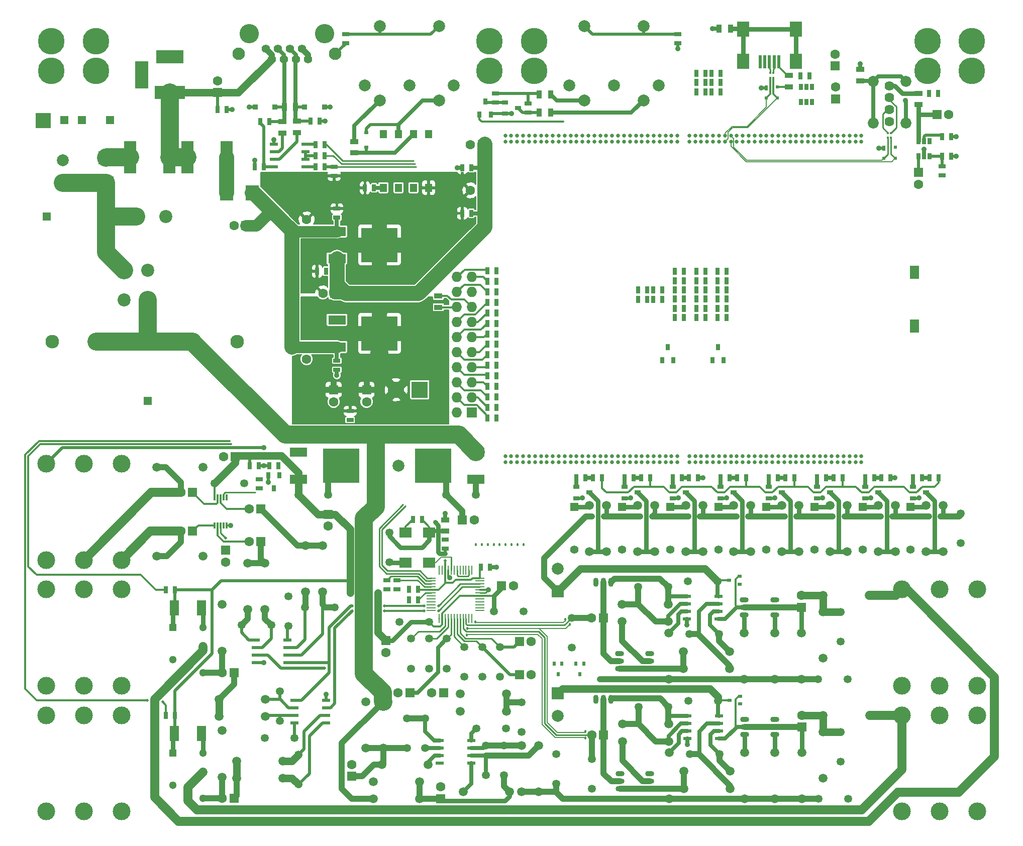
<source format=gtl>
%FSLAX34Y34*%
G04 Gerber Fmt 3.4, Leading zero omitted, Abs format*
G04 (created by PCBNEW (2014-03-19 BZR 4756)-product) date Ter 03 Jun 2014 10:49:18 BRT*
%MOIN*%
G01*
G70*
G90*
G04 APERTURE LIST*
%ADD10C,0.005906*%
%ADD11R,0.079000X0.071000*%
%ADD12C,0.053150*%
%ADD13R,0.055118X0.055118*%
%ADD14C,0.055118*%
%ADD15R,0.039400X0.031500*%
%ADD16C,0.059055*%
%ADD17R,0.059055X0.011024*%
%ADD18R,0.011024X0.059055*%
%ADD19C,0.018000*%
%ADD20R,0.062992X0.062992*%
%ADD21C,0.062992*%
%ADD22R,0.025000X0.045000*%
%ADD23R,0.045000X0.025000*%
%ADD24R,0.055100X0.023600*%
%ADD25R,0.027559X0.019685*%
%ADD26O,0.059100X0.035400*%
%ADD27O,0.035400X0.059100*%
%ADD28C,0.026000*%
%ADD29R,0.053150X0.053150*%
%ADD30R,0.078700X0.078700*%
%ADD31C,0.078700*%
%ADD32R,0.086614X0.086614*%
%ADD33C,0.086614*%
%ADD34R,0.090551X0.090551*%
%ADD35C,0.090551*%
%ADD36R,0.059055X0.102362*%
%ADD37R,0.019685X0.027559*%
%ADD38R,0.023622X0.035433*%
%ADD39R,0.023622X0.019685*%
%ADD40R,0.098425X0.090551*%
%ADD41R,0.090551X0.098425*%
%ADD42R,0.027000X0.022000*%
%ADD43R,0.033465X0.033465*%
%ADD44R,0.035000X0.055000*%
%ADD45R,0.055000X0.035000*%
%ADD46C,0.118110*%
%ADD47C,0.063780*%
%ADD48C,0.072835*%
%ADD49R,0.019685X0.088583*%
%ADD50R,0.078740X0.098425*%
%ADD51C,0.082677*%
%ADD52C,0.128000*%
%ADD53C,0.078740*%
%ADD54R,0.181102X0.090551*%
%ADD55R,0.200787X0.090551*%
%ADD56R,0.090551X0.181102*%
%ADD57C,0.051181*%
%ADD58R,0.051181X0.051181*%
%ADD59R,0.013386X0.015748*%
%ADD60R,0.068000X0.068000*%
%ADD61O,0.068000X0.068000*%
%ADD62R,0.031500X0.039400*%
%ADD63R,0.062992X0.086614*%
%ADD64R,0.098425X0.098425*%
%ADD65R,0.244000X0.228000*%
%ADD66R,0.118000X0.063000*%
%ADD67R,0.027600X0.039400*%
%ADD68R,0.047244X0.055118*%
%ADD69R,0.011811X0.043307*%
%ADD70R,0.078740X0.212598*%
%ADD71R,0.110000X0.110000*%
%ADD72C,0.110000*%
%ADD73C,0.177165*%
%ADD74C,0.035000*%
%ADD75C,0.020000*%
%ADD76C,0.020000*%
%ADD77C,0.025000*%
%ADD78C,0.100000*%
%ADD79C,0.060000*%
%ADD80C,0.075000*%
%ADD81C,0.012000*%
%ADD82C,0.120000*%
%ADD83C,0.040000*%
%ADD84C,0.030000*%
%ADD85C,0.050000*%
%ADD86C,0.010000*%
%ADD87C,0.005000*%
%ADD88C,0.008000*%
G04 APERTURE END LIST*
G54D10*
G54D11*
X25484Y-34188D03*
X25484Y-36188D03*
X27054Y-36188D03*
X27054Y-34188D03*
G54D12*
X24395Y-36169D03*
X24395Y-34200D03*
G54D13*
X49425Y-32501D03*
G54D14*
X49425Y-35336D03*
G54D13*
X55803Y-32501D03*
G54D14*
X55803Y-35336D03*
G54D13*
X52614Y-32501D03*
G54D14*
X52614Y-35336D03*
G54D13*
X58992Y-32501D03*
G54D14*
X58992Y-35336D03*
G54D15*
X50448Y-31537D03*
X49582Y-31912D03*
X49582Y-31162D03*
X56826Y-31537D03*
X55960Y-31912D03*
X55960Y-31162D03*
X53637Y-31537D03*
X52771Y-31912D03*
X52771Y-31162D03*
X60015Y-31537D03*
X59149Y-31912D03*
X59149Y-31162D03*
G54D16*
X50448Y-32383D03*
X50448Y-35454D03*
X56826Y-32383D03*
X56826Y-35454D03*
X51590Y-32383D03*
X51590Y-35454D03*
X57968Y-32383D03*
X57968Y-35454D03*
X53637Y-32383D03*
X53637Y-35454D03*
X60015Y-32383D03*
X60015Y-35454D03*
X54779Y-32383D03*
X54779Y-35454D03*
X61157Y-32383D03*
X61157Y-35454D03*
X48391Y-32383D03*
X48391Y-35454D03*
X42013Y-32383D03*
X42013Y-35454D03*
X47250Y-32383D03*
X47250Y-35454D03*
X40872Y-32383D03*
X40872Y-35454D03*
X45202Y-32383D03*
X45202Y-35454D03*
X38824Y-32383D03*
X38824Y-35454D03*
X44061Y-32383D03*
X44061Y-35454D03*
X37683Y-32383D03*
X37683Y-35454D03*
G54D15*
X47249Y-31537D03*
X46383Y-31912D03*
X46383Y-31162D03*
X40871Y-31537D03*
X40005Y-31912D03*
X40005Y-31162D03*
X44060Y-31537D03*
X43194Y-31912D03*
X43194Y-31162D03*
X37683Y-31537D03*
X36817Y-31912D03*
X36817Y-31162D03*
G54D13*
X46226Y-32501D03*
G54D14*
X46226Y-35336D03*
G54D13*
X39848Y-32501D03*
G54D14*
X39848Y-35336D03*
G54D13*
X43037Y-32501D03*
G54D14*
X43037Y-35336D03*
G54D13*
X36659Y-32501D03*
G54D14*
X36659Y-35336D03*
G54D17*
X27187Y-37801D03*
X27187Y-37998D03*
X27187Y-38194D03*
X27187Y-38391D03*
X27187Y-38588D03*
X27187Y-37210D03*
X27187Y-37407D03*
X27187Y-37604D03*
G54D18*
X27718Y-39907D03*
X27915Y-39907D03*
X28112Y-39907D03*
X28309Y-39907D03*
X28505Y-39907D03*
X28702Y-39907D03*
X28899Y-39907D03*
X29096Y-39907D03*
G54D17*
X30415Y-39375D03*
X30415Y-39179D03*
X30415Y-38982D03*
X30415Y-38785D03*
X30415Y-38588D03*
X30415Y-38391D03*
X30415Y-38194D03*
X30415Y-37998D03*
G54D18*
X29883Y-36679D03*
X29687Y-36679D03*
X29490Y-36679D03*
X29293Y-36679D03*
X29096Y-36679D03*
X28899Y-36679D03*
X28702Y-36679D03*
X28505Y-36679D03*
G54D17*
X27187Y-38785D03*
X27187Y-38982D03*
X27187Y-39179D03*
X27187Y-39375D03*
G54D18*
X29293Y-39907D03*
X29490Y-39907D03*
X29687Y-39907D03*
X29883Y-39907D03*
G54D17*
X30415Y-37801D03*
X30415Y-37604D03*
X30415Y-37407D03*
X30415Y-37210D03*
G54D18*
X28309Y-36679D03*
X28112Y-36679D03*
X27915Y-36679D03*
X27718Y-36679D03*
G54D19*
X30110Y-40112D03*
X29534Y-40996D03*
X29590Y-40554D03*
G54D12*
X31753Y-43763D03*
X31753Y-41795D03*
G54D20*
X33031Y-41437D03*
G54D21*
X33818Y-41437D03*
G54D12*
X30570Y-43763D03*
X30570Y-41795D03*
G54D20*
X33031Y-43622D03*
G54D21*
X33818Y-43622D03*
G54D12*
X29389Y-43763D03*
X29389Y-41795D03*
G54D20*
X28011Y-44822D03*
G54D21*
X27224Y-44822D03*
G54D12*
X28210Y-43210D03*
X28210Y-41242D03*
G54D20*
X25767Y-44822D03*
G54D21*
X24980Y-44822D03*
G54D12*
X27029Y-43210D03*
X27029Y-41242D03*
X25848Y-43210D03*
X25848Y-41242D03*
X33307Y-39429D03*
X31338Y-39429D03*
G54D22*
X31089Y-36498D03*
X30489Y-36498D03*
G54D20*
X31850Y-37736D03*
G54D21*
X32637Y-37736D03*
G54D23*
X28110Y-34668D03*
X28110Y-35268D03*
G54D20*
X24173Y-41358D03*
G54D21*
X24173Y-42145D03*
G54D12*
X25061Y-40120D03*
X27029Y-40120D03*
G54D22*
X25723Y-37972D03*
X26323Y-37972D03*
G54D24*
X17640Y-41316D03*
X15540Y-41316D03*
X17640Y-41816D03*
X17640Y-42316D03*
X17640Y-42816D03*
X15540Y-41816D03*
X15540Y-42316D03*
X15540Y-42816D03*
X18103Y-46812D03*
X20203Y-46812D03*
X18103Y-46312D03*
X18103Y-45812D03*
X18103Y-45312D03*
X20203Y-46312D03*
X20203Y-45812D03*
X20203Y-45312D03*
G54D16*
X13307Y-42047D03*
X13307Y-38976D03*
X13307Y-50413D03*
X13307Y-47342D03*
X18828Y-35049D03*
X18828Y-38120D03*
X15015Y-36236D03*
X15015Y-39307D03*
X13094Y-46405D03*
X16165Y-46405D03*
X14275Y-50488D03*
X17346Y-50488D03*
X19970Y-35049D03*
X19970Y-38120D03*
X16157Y-36236D03*
X16157Y-39307D03*
X13094Y-45263D03*
X16165Y-45263D03*
X14275Y-49346D03*
X17346Y-49346D03*
G54D20*
X15885Y-32618D03*
G54D21*
X15098Y-32618D03*
G54D20*
X15885Y-34803D03*
G54D21*
X15098Y-34803D03*
G54D20*
X14094Y-43484D03*
G54D21*
X13307Y-43484D03*
G54D20*
X14094Y-51830D03*
G54D21*
X13307Y-51830D03*
G54D12*
X18820Y-39147D03*
X20789Y-39147D03*
X14602Y-40330D03*
X16570Y-40330D03*
X17145Y-46692D03*
X17145Y-44724D03*
X18370Y-50901D03*
X18370Y-48933D03*
X17696Y-38425D03*
X17696Y-40393D03*
X16141Y-47814D03*
X18110Y-47814D03*
G54D24*
X29839Y-47990D03*
X27739Y-47990D03*
X29839Y-48490D03*
X29839Y-48990D03*
X29839Y-49490D03*
X27739Y-48490D03*
X27739Y-48990D03*
X27739Y-49490D03*
G54D16*
X33159Y-51397D03*
X33159Y-48326D03*
X34301Y-51397D03*
X34301Y-48326D03*
X32372Y-51397D03*
X29301Y-51397D03*
X26397Y-50728D03*
X23326Y-50728D03*
X23326Y-51870D03*
X26397Y-51870D03*
X32185Y-44901D03*
X29114Y-44901D03*
X32185Y-46043D03*
X29114Y-46043D03*
X23907Y-49586D03*
X26978Y-49586D03*
X22854Y-48503D03*
X22854Y-45433D03*
X23996Y-45413D03*
X23996Y-48484D03*
G54D12*
X30816Y-50295D03*
X30816Y-48326D03*
X31998Y-50295D03*
X31998Y-48326D03*
X26761Y-48484D03*
X26761Y-46515D03*
X25580Y-48484D03*
X25580Y-46515D03*
X35462Y-48877D03*
X35462Y-50846D03*
G54D20*
X27814Y-51850D03*
G54D21*
X27814Y-51062D03*
G54D12*
X33169Y-47421D03*
X33169Y-45452D03*
X32135Y-47204D03*
X30167Y-47204D03*
G54D20*
X21909Y-50374D03*
G54D21*
X21909Y-49586D03*
G54D12*
X44212Y-37421D03*
X46181Y-37421D03*
X54330Y-39468D03*
X54330Y-41437D03*
G54D20*
X51751Y-39153D03*
G54D21*
X51751Y-38366D03*
G54D12*
X46279Y-40925D03*
X44311Y-40925D03*
X40925Y-37795D03*
X42893Y-37795D03*
G54D20*
X38602Y-39862D03*
G54D21*
X37814Y-39862D03*
G54D12*
X36496Y-41830D03*
X36496Y-39862D03*
G54D25*
X47657Y-37106D03*
X47657Y-37618D03*
X46948Y-37362D03*
G54D26*
X49960Y-39153D03*
X49960Y-38653D03*
X49960Y-39653D03*
X47952Y-39153D03*
X47952Y-38653D03*
X47952Y-39653D03*
X41673Y-42736D03*
X41673Y-42236D03*
X41673Y-43236D03*
X39685Y-42736D03*
X39685Y-42236D03*
X39685Y-43236D03*
G54D27*
X38602Y-37500D03*
X38102Y-37500D03*
X39102Y-37500D03*
G54D16*
X53169Y-38366D03*
X56240Y-38366D03*
X53169Y-39468D03*
X53169Y-42539D03*
X51751Y-43917D03*
X51751Y-40846D03*
X49960Y-43917D03*
X49960Y-40846D03*
X47952Y-43917D03*
X47952Y-40846D03*
X43917Y-43228D03*
X46988Y-43228D03*
X43917Y-42086D03*
X46988Y-42086D03*
X42913Y-40098D03*
X39842Y-40098D03*
X42952Y-40846D03*
X42952Y-43917D03*
X42913Y-38956D03*
X39842Y-38956D03*
G54D24*
X46246Y-38423D03*
X44146Y-38423D03*
X46246Y-38923D03*
X46246Y-39423D03*
X46246Y-39923D03*
X44146Y-38923D03*
X44146Y-39423D03*
X44146Y-39923D03*
X46266Y-46375D03*
X44166Y-46375D03*
X46266Y-46875D03*
X46266Y-47375D03*
X46266Y-47875D03*
X44166Y-46875D03*
X44166Y-47375D03*
X44166Y-47875D03*
G54D16*
X42933Y-46909D03*
X39862Y-46909D03*
X42972Y-48799D03*
X42972Y-51870D03*
X42933Y-48051D03*
X39862Y-48051D03*
X43937Y-50039D03*
X47007Y-50039D03*
X43937Y-51181D03*
X47007Y-51181D03*
X47972Y-51870D03*
X47972Y-48799D03*
X49980Y-51870D03*
X49980Y-48799D03*
X51771Y-51870D03*
X51771Y-48799D03*
X53188Y-47421D03*
X53188Y-50492D03*
X53188Y-46318D03*
X56259Y-46318D03*
G54D27*
X38622Y-45255D03*
X38122Y-45255D03*
X39122Y-45255D03*
G54D26*
X39704Y-50688D03*
X39704Y-50188D03*
X39704Y-51188D03*
X41692Y-50688D03*
X41692Y-50188D03*
X41692Y-51188D03*
X47972Y-47106D03*
X47972Y-46606D03*
X47972Y-47606D03*
X49980Y-47106D03*
X49980Y-46606D03*
X49980Y-47606D03*
G54D25*
X47677Y-45059D03*
X47677Y-45570D03*
X46968Y-45314D03*
G54D12*
X37834Y-51181D03*
X37834Y-49212D03*
G54D20*
X38622Y-47618D03*
G54D21*
X37834Y-47618D03*
G54D12*
X40944Y-45748D03*
X42913Y-45748D03*
X46299Y-48877D03*
X44330Y-48877D03*
G54D20*
X51771Y-47106D03*
G54D21*
X51771Y-46318D03*
G54D12*
X54350Y-47421D03*
X54350Y-49389D03*
X44232Y-45374D03*
X46200Y-45374D03*
G54D28*
X55720Y-29133D03*
X55720Y-29527D03*
X55326Y-29133D03*
X55326Y-29527D03*
X54933Y-29133D03*
X54933Y-29527D03*
X54539Y-29133D03*
X54539Y-29527D03*
X54145Y-29133D03*
X54145Y-29527D03*
X53751Y-29133D03*
X53751Y-29527D03*
X53358Y-29133D03*
X53358Y-29527D03*
X52964Y-29133D03*
X52964Y-29527D03*
X52570Y-29133D03*
X52570Y-29527D03*
X52177Y-29133D03*
X52177Y-29527D03*
X51783Y-29133D03*
X51783Y-29527D03*
X51389Y-29133D03*
X51389Y-29527D03*
X50996Y-29133D03*
X50996Y-29527D03*
X50602Y-29133D03*
X50602Y-29527D03*
X50208Y-29133D03*
X50208Y-29527D03*
X49814Y-29133D03*
X49814Y-29527D03*
X49421Y-29133D03*
X49421Y-29527D03*
X49027Y-29133D03*
X49027Y-29527D03*
X48633Y-29133D03*
X48633Y-29527D03*
X48240Y-29133D03*
X48240Y-29527D03*
X47846Y-29133D03*
X47846Y-29527D03*
X47452Y-29133D03*
X47452Y-29527D03*
X47059Y-29133D03*
X47059Y-29527D03*
X46665Y-29133D03*
X46665Y-29527D03*
X46271Y-29133D03*
X46271Y-29527D03*
X45877Y-29133D03*
X45877Y-29527D03*
X45484Y-29133D03*
X45484Y-29527D03*
X45090Y-29133D03*
X45090Y-29527D03*
X44696Y-29133D03*
X44696Y-29527D03*
X44303Y-29133D03*
X44303Y-29527D03*
X43515Y-29133D03*
X43515Y-29527D03*
X43122Y-29133D03*
X43122Y-29527D03*
X42728Y-29133D03*
X42728Y-29527D03*
X42334Y-29133D03*
X42334Y-29527D03*
X41940Y-29133D03*
X41940Y-29527D03*
X41547Y-29133D03*
X41547Y-29527D03*
X41153Y-29133D03*
X41153Y-29527D03*
X40759Y-29133D03*
X40759Y-29527D03*
X40366Y-29133D03*
X40366Y-29527D03*
X39972Y-29133D03*
X39972Y-29527D03*
X39578Y-29133D03*
X39578Y-29527D03*
X39185Y-29133D03*
X39185Y-29527D03*
X38791Y-29133D03*
X38791Y-29527D03*
X38397Y-29133D03*
X38397Y-29527D03*
X38003Y-29133D03*
X38003Y-29527D03*
X37610Y-29133D03*
X37610Y-29527D03*
X37216Y-29133D03*
X37216Y-29527D03*
X36822Y-29133D03*
X36822Y-29527D03*
X36429Y-29133D03*
X36429Y-29527D03*
X36035Y-29133D03*
X36035Y-29527D03*
X35641Y-29133D03*
X35641Y-29527D03*
X35248Y-29133D03*
X35248Y-29527D03*
X34854Y-29133D03*
X34854Y-29527D03*
X34460Y-29133D03*
X34460Y-29527D03*
X34066Y-29133D03*
X34066Y-29527D03*
X33673Y-29133D03*
X33673Y-29527D03*
X33279Y-29133D03*
X33279Y-29527D03*
X32885Y-29133D03*
X32885Y-29527D03*
X32492Y-29133D03*
X32492Y-29527D03*
X32098Y-29133D03*
X32098Y-29527D03*
X55720Y-7874D03*
X55720Y-8267D03*
X55326Y-7874D03*
X55326Y-8267D03*
X54933Y-7874D03*
X54933Y-8267D03*
X54539Y-7874D03*
X54539Y-8267D03*
X54145Y-7874D03*
X54145Y-8267D03*
X53751Y-7874D03*
X53751Y-8267D03*
X53358Y-7874D03*
X53358Y-8267D03*
X52964Y-7874D03*
X52964Y-8267D03*
X52570Y-7874D03*
X52570Y-8267D03*
X52177Y-7874D03*
X52177Y-8267D03*
X51783Y-7874D03*
X51783Y-8267D03*
X51389Y-7874D03*
X51389Y-8267D03*
X50996Y-7874D03*
X50996Y-8267D03*
X50602Y-7874D03*
X50602Y-8267D03*
X50208Y-7874D03*
X50208Y-8267D03*
X49814Y-7874D03*
X49814Y-8267D03*
X49421Y-7874D03*
X49421Y-8267D03*
X49027Y-7874D03*
X49027Y-8267D03*
X48633Y-7874D03*
X48633Y-8267D03*
X48240Y-7874D03*
X48240Y-8267D03*
X47846Y-7874D03*
X47846Y-8267D03*
X47452Y-7874D03*
X47452Y-8267D03*
X47059Y-7874D03*
X47059Y-8267D03*
X46665Y-7874D03*
X46665Y-8267D03*
X46271Y-7874D03*
X46271Y-8267D03*
X45877Y-7874D03*
X45877Y-8267D03*
X45484Y-7874D03*
X45484Y-8267D03*
X45090Y-7874D03*
X45090Y-8267D03*
X44696Y-7874D03*
X44696Y-8267D03*
X44303Y-7874D03*
X44303Y-8267D03*
X43515Y-7874D03*
X43515Y-8267D03*
X43122Y-7874D03*
X43122Y-8267D03*
X42728Y-7874D03*
X42728Y-8267D03*
X42334Y-7874D03*
X42334Y-8267D03*
X41940Y-7874D03*
X41940Y-8267D03*
X41547Y-7874D03*
X41547Y-8267D03*
X41153Y-7874D03*
X41153Y-8267D03*
X40759Y-7874D03*
X40759Y-8267D03*
X40366Y-7874D03*
X40366Y-8267D03*
X39972Y-7874D03*
X39972Y-8267D03*
X39578Y-7874D03*
X39578Y-8267D03*
X39185Y-7874D03*
X39185Y-8267D03*
X38791Y-7874D03*
X38791Y-8267D03*
X38397Y-7874D03*
X38397Y-8267D03*
X38003Y-7874D03*
X38003Y-8267D03*
X37610Y-7874D03*
X37610Y-8267D03*
X37216Y-7874D03*
X37216Y-8267D03*
X36822Y-7874D03*
X36822Y-8267D03*
X36429Y-7874D03*
X36429Y-8267D03*
X36035Y-7874D03*
X36035Y-8267D03*
X35641Y-7874D03*
X35641Y-8267D03*
X35248Y-7874D03*
X35248Y-8267D03*
X34854Y-7874D03*
X34854Y-8267D03*
X34460Y-7874D03*
X34460Y-8267D03*
X34066Y-7874D03*
X34066Y-8267D03*
X33673Y-7874D03*
X33673Y-8267D03*
X33279Y-7874D03*
X33279Y-8267D03*
X32885Y-7874D03*
X32885Y-8267D03*
X32492Y-7874D03*
X32492Y-8267D03*
X32098Y-7874D03*
X32098Y-8267D03*
G54D22*
X15487Y-9940D03*
X16087Y-9940D03*
G54D23*
X20925Y-13292D03*
X20925Y-12692D03*
X20925Y-22790D03*
X20925Y-23390D03*
G54D20*
X18917Y-14212D03*
G54D21*
X18917Y-13425D03*
G54D20*
X18917Y-21889D03*
G54D21*
X18917Y-22677D03*
G54D20*
X20787Y-18336D03*
G54D21*
X20000Y-18336D03*
G54D20*
X22893Y-24724D03*
G54D21*
X22893Y-25511D03*
G54D22*
X20201Y-16850D03*
X19601Y-16850D03*
G54D23*
X21801Y-26117D03*
X21801Y-26717D03*
G54D20*
X30570Y-11496D03*
G54D21*
X29783Y-11496D03*
G54D22*
X29847Y-13011D03*
X29247Y-13011D03*
X29247Y-9980D03*
X29847Y-9980D03*
G54D20*
X30570Y-8464D03*
G54D21*
X29783Y-8464D03*
G54D22*
X60794Y-5059D03*
X60194Y-5059D03*
X52276Y-3877D03*
X51676Y-3877D03*
G54D20*
X60738Y-6476D03*
G54D21*
X61525Y-6476D03*
G54D20*
X53976Y-3238D03*
G54D21*
X53976Y-2450D03*
G54D22*
X44778Y-4340D03*
X45378Y-4340D03*
G54D29*
X5885Y-6811D03*
X9822Y-6811D03*
G54D30*
X2736Y-10986D03*
G54D31*
X2736Y-9486D03*
G54D20*
X14881Y-13818D03*
G54D21*
X14094Y-13818D03*
G54D20*
X54005Y-5413D03*
G54D21*
X54005Y-4625D03*
G54D20*
X59498Y-10295D03*
G54D21*
X59498Y-11082D03*
G54D23*
X43543Y-1137D03*
X43543Y-1737D03*
X21496Y-1137D03*
X21496Y-1737D03*
G54D20*
X13011Y-5000D03*
G54D21*
X13011Y-4212D03*
G54D22*
X13016Y-6131D03*
X13616Y-6131D03*
X23390Y-11318D03*
X22790Y-11318D03*
G54D29*
X5610Y-13228D03*
X1673Y-13228D03*
G54D32*
X7618Y-13228D03*
G54D33*
X9586Y-13228D03*
G54D34*
X11358Y-21515D03*
G54D35*
X14311Y-21515D03*
G54D34*
X4980Y-21515D03*
G54D35*
X2027Y-21515D03*
G54D29*
X8385Y-21515D03*
X8385Y-25452D03*
G54D30*
X35590Y-38092D03*
G54D31*
X35590Y-36592D03*
G54D30*
X35590Y-44860D03*
G54D31*
X35590Y-46360D03*
G54D20*
X20354Y-32984D03*
G54D21*
X20354Y-33771D03*
G54D20*
X29251Y-33346D03*
G54D21*
X30039Y-33346D03*
G54D12*
X18385Y-31692D03*
X20354Y-31692D03*
X28188Y-31692D03*
X30157Y-31692D03*
G54D20*
X14192Y-29153D03*
G54D21*
X13405Y-29153D03*
G54D12*
X14783Y-30925D03*
X12814Y-30925D03*
G54D20*
X13543Y-35374D03*
G54D21*
X13543Y-36161D03*
G54D20*
X11358Y-34094D03*
G54D21*
X10570Y-34094D03*
G54D20*
X11358Y-31535D03*
G54D21*
X10570Y-31535D03*
G54D36*
X11929Y-47539D03*
X10157Y-47539D03*
X11929Y-39192D03*
X10157Y-39192D03*
G54D37*
X36791Y-42883D03*
X37303Y-42883D03*
X37047Y-43592D03*
X35344Y-42893D03*
X35856Y-42893D03*
X35600Y-43602D03*
G54D38*
X57214Y-8704D03*
G54D39*
X57214Y-9374D03*
X57962Y-9374D03*
X57962Y-8625D03*
G54D38*
X49409Y-4704D03*
G54D39*
X49409Y-5374D03*
X50157Y-5374D03*
X50157Y-4625D03*
G54D40*
X5610Y-9311D03*
X5610Y-11003D03*
G54D41*
X13602Y-11653D03*
X15295Y-11653D03*
G54D42*
X22874Y-8629D03*
X22874Y-7669D03*
G54D43*
X18789Y-5944D03*
X20108Y-5944D03*
X16820Y-5944D03*
X15501Y-5944D03*
G54D44*
X46278Y-767D03*
X47028Y-767D03*
G54D45*
X55631Y-3471D03*
X55631Y-4221D03*
X59501Y-5058D03*
X59501Y-5808D03*
X50925Y-3876D03*
X50925Y-4626D03*
G54D19*
X36386Y-40285D03*
X37401Y-47839D03*
X37401Y-47396D03*
X36073Y-39972D03*
G54D46*
X60901Y-44360D03*
X63401Y-44360D03*
X58401Y-44360D03*
X60901Y-37970D03*
X63401Y-37970D03*
X58401Y-37970D03*
X60901Y-52706D03*
X63401Y-52706D03*
X58401Y-52706D03*
X60901Y-46316D03*
X63401Y-46316D03*
X58401Y-46316D03*
X4137Y-37970D03*
X1637Y-37970D03*
X6637Y-37970D03*
X4137Y-44360D03*
X1637Y-44360D03*
X6637Y-44360D03*
X4137Y-46316D03*
X1637Y-46316D03*
X6637Y-46316D03*
X4137Y-52706D03*
X1637Y-52706D03*
X6637Y-52706D03*
X4137Y-29624D03*
X1637Y-29624D03*
X6637Y-29624D03*
X4137Y-36013D03*
X1637Y-36013D03*
X6637Y-36013D03*
G54D47*
X57588Y-4551D03*
X57588Y-5338D03*
X57588Y-6125D03*
G54D48*
X58659Y-4263D03*
G54D47*
X57588Y-6913D03*
G54D48*
X58659Y-7019D03*
X56517Y-4263D03*
X56517Y-7019D03*
G54D49*
X50255Y-2972D03*
X49940Y-2972D03*
X49625Y-2972D03*
X49311Y-2972D03*
X48996Y-2972D03*
G54D50*
X51377Y-2923D03*
X51377Y-777D03*
X47874Y-2923D03*
X47874Y-777D03*
G54D51*
X20807Y-2440D03*
X14405Y-2440D03*
G54D14*
X19011Y-2790D03*
X18208Y-2790D03*
X17405Y-2790D03*
X16602Y-2790D03*
X17807Y-2090D03*
X17003Y-2090D03*
X18610Y-2090D03*
X16200Y-2090D03*
G54D52*
X15106Y-1090D03*
X20106Y-1090D03*
G54D53*
X37342Y-5511D03*
X37342Y-590D03*
X36358Y-4527D03*
X39311Y-4527D03*
X42263Y-4527D03*
X41279Y-5511D03*
X41279Y-590D03*
X23759Y-5511D03*
X23759Y-590D03*
X22775Y-4527D03*
X25728Y-4527D03*
X28681Y-4527D03*
X27696Y-5511D03*
X27696Y-590D03*
G54D54*
X9842Y-2637D03*
G54D55*
X9842Y-5000D03*
G54D56*
X7992Y-3818D03*
G54D57*
X12043Y-50098D03*
X12043Y-51830D03*
X10043Y-50964D03*
X12043Y-48838D03*
G54D58*
X10043Y-48838D03*
G54D57*
X12043Y-41751D03*
X12043Y-43484D03*
X10043Y-42618D03*
X12043Y-40492D03*
G54D58*
X10043Y-40492D03*
G54D33*
X6811Y-18759D03*
X6811Y-16791D03*
X8385Y-16791D03*
X8385Y-18759D03*
G54D59*
X57687Y-7692D03*
X57490Y-7692D03*
X57490Y-8007D03*
X57687Y-8007D03*
X49881Y-3700D03*
X49685Y-3700D03*
X49685Y-4015D03*
X49881Y-4015D03*
G54D60*
X29870Y-26242D03*
G54D61*
X28870Y-26242D03*
X29870Y-25242D03*
X28870Y-25242D03*
X29870Y-24242D03*
X28870Y-24242D03*
X29870Y-23242D03*
X28870Y-23242D03*
X29870Y-22242D03*
X28870Y-22242D03*
X29870Y-21242D03*
X28870Y-21242D03*
X29870Y-20242D03*
X28870Y-20242D03*
X29870Y-19242D03*
X28870Y-19242D03*
X29870Y-18242D03*
X28870Y-18242D03*
X29870Y-17242D03*
X28870Y-17242D03*
G54D62*
X16736Y-31259D03*
X16361Y-30393D03*
X17111Y-30393D03*
X46214Y-21897D03*
X46589Y-22763D03*
X45839Y-22763D03*
X42868Y-21897D03*
X43243Y-22763D03*
X42493Y-22763D03*
G54D15*
X32952Y-6023D03*
X32086Y-6398D03*
X32086Y-5648D03*
G54D62*
X30767Y-5590D03*
X31142Y-6456D03*
X30392Y-6456D03*
G54D45*
X18287Y-7658D03*
X18287Y-6908D03*
X17322Y-6928D03*
X17322Y-7678D03*
G54D22*
X20103Y-9940D03*
X19503Y-9940D03*
X20103Y-9192D03*
X19503Y-9192D03*
X20103Y-8444D03*
X19503Y-8444D03*
X31510Y-21013D03*
X30910Y-21013D03*
X31510Y-18917D03*
X30910Y-18917D03*
X31510Y-19616D03*
X30910Y-19616D03*
X31510Y-20314D03*
X30910Y-20314D03*
G54D23*
X20748Y-9936D03*
X20748Y-10536D03*
G54D22*
X31510Y-18218D03*
X30910Y-18218D03*
X31496Y-16818D03*
X30896Y-16818D03*
X31510Y-17519D03*
X30910Y-17519D03*
X44286Y-30564D03*
X44886Y-30564D03*
X47475Y-30564D03*
X48075Y-30564D03*
X41107Y-30564D03*
X41707Y-30564D03*
X37918Y-30564D03*
X38518Y-30564D03*
X57052Y-30564D03*
X57652Y-30564D03*
X37416Y-30564D03*
X36816Y-30564D03*
X40605Y-30564D03*
X40005Y-30564D03*
X43794Y-30564D03*
X43194Y-30564D03*
X46983Y-30564D03*
X46383Y-30564D03*
X60241Y-30564D03*
X60841Y-30564D03*
X53873Y-30564D03*
X54473Y-30564D03*
X50674Y-30564D03*
X51274Y-30564D03*
X50181Y-30564D03*
X49581Y-30564D03*
X53370Y-30564D03*
X52770Y-30564D03*
X56559Y-30564D03*
X55959Y-30564D03*
X59748Y-30564D03*
X59148Y-30564D03*
G54D23*
X15787Y-30664D03*
X15787Y-31264D03*
G54D22*
X9562Y-37992D03*
X10162Y-37992D03*
X9562Y-46338D03*
X10162Y-46338D03*
X44778Y-3730D03*
X45378Y-3730D03*
X44778Y-4950D03*
X45378Y-4950D03*
X45792Y-4950D03*
X46392Y-4950D03*
X61068Y-7933D03*
X61668Y-7933D03*
X45792Y-3730D03*
X46392Y-3730D03*
X61668Y-9232D03*
X61068Y-9232D03*
G54D23*
X61072Y-10477D03*
X61072Y-9877D03*
G54D22*
X45792Y-4340D03*
X46392Y-4340D03*
G54D44*
X35099Y-5118D03*
X34349Y-5118D03*
G54D45*
X22066Y-8247D03*
X22066Y-8997D03*
G54D44*
X35099Y-6338D03*
X34349Y-6338D03*
X17430Y-5944D03*
X18180Y-5944D03*
G54D23*
X33622Y-6323D03*
X33622Y-5723D03*
X31456Y-5654D03*
X31456Y-5054D03*
G54D22*
X16441Y-6929D03*
X15841Y-6929D03*
X19788Y-6909D03*
X19188Y-6909D03*
X25959Y-33326D03*
X26559Y-33326D03*
X40900Y-18710D03*
X41500Y-18710D03*
X40900Y-18100D03*
X41500Y-18100D03*
X25723Y-38671D03*
X26323Y-38671D03*
X41914Y-18100D03*
X42514Y-18100D03*
X41914Y-18710D03*
X42514Y-18710D03*
G54D23*
X24232Y-37357D03*
X24232Y-37957D03*
X24921Y-37357D03*
X24921Y-37957D03*
G54D63*
X59251Y-20500D03*
X59251Y-16917D03*
G54D13*
X2858Y-6842D03*
X4015Y-6830D03*
G54D64*
X1456Y-6870D03*
G54D24*
X16745Y-9942D03*
X18845Y-9942D03*
X16745Y-9442D03*
X16745Y-8942D03*
X16745Y-8442D03*
X18845Y-9442D03*
X18845Y-8942D03*
X18845Y-8442D03*
G54D65*
X23757Y-15118D03*
G54D66*
X20927Y-14218D03*
X20927Y-16018D03*
G54D65*
X23757Y-20984D03*
G54D66*
X20927Y-20084D03*
X20927Y-21884D03*
G54D67*
X51707Y-4625D03*
X52082Y-4625D03*
X52457Y-4625D03*
X52457Y-5625D03*
X52082Y-5625D03*
X51707Y-5625D03*
X59497Y-8220D03*
X59872Y-8220D03*
X60247Y-8220D03*
X60247Y-9220D03*
X59872Y-9220D03*
X59497Y-9220D03*
G54D68*
X27011Y-7775D03*
X26011Y-7775D03*
X25011Y-7775D03*
X24011Y-7775D03*
X27011Y-11318D03*
X26011Y-11318D03*
X25011Y-11318D03*
X24011Y-11318D03*
G54D65*
X21218Y-29744D03*
G54D66*
X18388Y-28844D03*
X18388Y-30644D03*
G54D65*
X27305Y-29744D03*
G54D66*
X30135Y-30644D03*
X30135Y-28844D03*
G54D69*
X12814Y-33720D03*
X13011Y-33720D03*
X13208Y-33720D03*
X13405Y-33720D03*
X13602Y-33720D03*
X13602Y-31870D03*
X13405Y-31870D03*
X13208Y-31870D03*
X13011Y-31870D03*
X12814Y-31870D03*
G54D70*
X9822Y-9291D03*
X7224Y-9291D03*
X11003Y-9291D03*
X13602Y-9291D03*
G54D20*
X20708Y-24724D03*
G54D21*
X20708Y-25511D03*
G54D71*
X26417Y-24724D03*
G54D72*
X24858Y-24724D03*
G54D16*
X12047Y-35767D03*
X8976Y-35767D03*
X8976Y-29862D03*
X12047Y-29862D03*
G54D30*
X23501Y-29744D03*
G54D31*
X25001Y-29744D03*
G54D12*
X54842Y-51870D03*
X52874Y-51870D03*
X54822Y-43917D03*
X52854Y-43917D03*
G54D22*
X15133Y-29744D03*
X15733Y-29744D03*
X16432Y-29744D03*
X17032Y-29744D03*
X31510Y-22405D03*
X30910Y-22405D03*
X31510Y-23799D03*
X30910Y-23799D03*
X31510Y-25192D03*
X30910Y-25192D03*
X31510Y-26586D03*
X30910Y-26586D03*
X31510Y-21708D03*
X30910Y-21708D03*
X31510Y-23102D03*
X30910Y-23102D03*
X31510Y-24496D03*
X30910Y-24496D03*
X31510Y-25889D03*
X30910Y-25889D03*
X43341Y-18700D03*
X43941Y-18700D03*
X44759Y-19311D03*
X45359Y-19311D03*
X43341Y-18090D03*
X43941Y-18090D03*
X44759Y-19921D03*
X45359Y-19921D03*
X43341Y-19311D03*
X43941Y-19311D03*
X43341Y-16870D03*
X43941Y-16870D03*
X46166Y-18700D03*
X46766Y-18700D03*
X44759Y-18090D03*
X45359Y-18090D03*
X46166Y-19311D03*
X46766Y-19311D03*
X46166Y-18088D03*
X46766Y-18088D03*
X46166Y-19921D03*
X46766Y-19921D03*
X44759Y-16870D03*
X45359Y-16870D03*
X43341Y-19921D03*
X43941Y-19921D03*
X46166Y-16870D03*
X46766Y-16870D03*
X44759Y-17480D03*
X45359Y-17480D03*
X43341Y-17480D03*
X43941Y-17480D03*
X46166Y-17480D03*
X46766Y-17480D03*
X44759Y-18700D03*
X45359Y-18700D03*
G54D45*
X27657Y-19243D03*
X27657Y-18493D03*
X28110Y-34095D03*
X28110Y-33345D03*
G54D19*
X30147Y-35009D03*
X30541Y-35009D03*
X30935Y-35009D03*
X31328Y-35009D03*
X31722Y-35009D03*
X32116Y-35009D03*
X32509Y-35009D03*
X32903Y-35009D03*
X33297Y-35009D03*
G54D12*
X62322Y-34903D03*
X62322Y-32935D03*
G54D73*
X4940Y-3574D03*
X1988Y-3574D03*
X4940Y-1606D03*
X1988Y-1606D03*
X63051Y-3574D03*
X60098Y-3574D03*
X63051Y-1606D03*
X60098Y-1606D03*
X33996Y-3574D03*
X31043Y-3574D03*
X33996Y-1606D03*
X31043Y-1606D03*
G54D74*
X38643Y-33137D03*
X37858Y-33137D03*
X41834Y-33137D03*
X41052Y-33137D03*
X60980Y-33137D03*
X57791Y-33137D03*
X54602Y-33137D03*
X51413Y-33137D03*
X48212Y-33137D03*
X45023Y-33137D03*
X44241Y-33137D03*
X47430Y-33137D03*
X50629Y-33137D03*
X53818Y-33137D03*
X57007Y-33137D03*
X60196Y-33137D03*
G54D75*
X21794Y-38185D03*
X23657Y-38185D03*
X28114Y-35586D03*
X28114Y-36062D03*
X13543Y-34547D03*
G54D74*
X58651Y-5531D03*
X16082Y-28562D03*
X16082Y-29744D03*
G54D75*
X24090Y-39051D03*
X27665Y-39051D03*
X26708Y-39051D03*
X21940Y-39051D03*
X20787Y-43188D03*
X20118Y-43188D03*
X27665Y-39381D03*
X26708Y-39381D03*
X24090Y-39381D03*
X21940Y-39381D03*
X8336Y-45334D03*
X9360Y-45442D03*
G54D74*
X57952Y-30570D03*
X45196Y-30570D03*
X37204Y-31909D03*
X40393Y-31909D03*
X43582Y-31909D03*
X46771Y-31909D03*
X49960Y-31909D03*
X53149Y-31909D03*
X56338Y-31909D03*
X59527Y-31909D03*
X28110Y-32913D03*
X28405Y-37204D03*
X31515Y-36496D03*
X16362Y-30846D03*
X55631Y-3078D03*
X49074Y-4704D03*
X56879Y-8704D03*
X62017Y-7933D03*
X59872Y-8759D03*
X62017Y-9232D03*
X45858Y-767D03*
X28897Y-9980D03*
X32500Y-6397D03*
X43543Y-2086D03*
X15492Y-9488D03*
X16751Y-8129D03*
X20137Y-6909D03*
X20492Y-5944D03*
X15118Y-5944D03*
X13976Y-6141D03*
X13877Y-33720D03*
X20925Y-23759D03*
X44173Y-48267D03*
X44153Y-40314D03*
X30966Y-37994D03*
X20216Y-44921D03*
X16072Y-42814D03*
G54D76*
X59497Y-9220D02*
X59497Y-10294D01*
X59497Y-10294D02*
X59498Y-10295D01*
X33622Y-5723D02*
X33622Y-5054D01*
X31456Y-5054D02*
X34285Y-5054D01*
X34285Y-5054D02*
X34349Y-5118D01*
G54D77*
X23390Y-11318D02*
X24011Y-11318D01*
G54D76*
X16087Y-9940D02*
X16087Y-7268D01*
X16087Y-7268D02*
X15841Y-7022D01*
X15841Y-7022D02*
X15841Y-6929D01*
X16745Y-9942D02*
X16089Y-9942D01*
X16089Y-9942D02*
X16087Y-9940D01*
G54D78*
X30748Y-9980D02*
X30748Y-8425D01*
X30748Y-12992D02*
X30748Y-9980D01*
X26348Y-18336D02*
X30748Y-13937D01*
X21515Y-18336D02*
X26348Y-18336D01*
X30748Y-13937D02*
X30748Y-12992D01*
X20927Y-17748D02*
X21515Y-18336D01*
X20927Y-18036D02*
X20927Y-17748D01*
X20927Y-16018D02*
X20927Y-18036D01*
G54D79*
X30748Y-8425D02*
X30570Y-8464D01*
X30708Y-8464D02*
X30748Y-8425D01*
X30570Y-8464D02*
X30708Y-8464D01*
X30748Y-11387D02*
X30570Y-11496D01*
X30639Y-11496D02*
X30748Y-11387D01*
X30570Y-11496D02*
X30639Y-11496D01*
G54D77*
X30718Y-9980D02*
X30748Y-9980D01*
X30748Y-9980D02*
X30718Y-9980D01*
X29847Y-9980D02*
X30748Y-9980D01*
G54D79*
X30570Y-11496D02*
X30639Y-11496D01*
G54D77*
X30748Y-13011D02*
X30728Y-12992D01*
X30728Y-12992D02*
X30698Y-12992D01*
X30698Y-12992D02*
X30748Y-12992D01*
X29847Y-13011D02*
X30748Y-13011D01*
G54D80*
X21215Y-18036D02*
X20927Y-18036D01*
X20915Y-18336D02*
X21215Y-18036D01*
X20787Y-18336D02*
X20915Y-18336D01*
X20927Y-18036D02*
X20787Y-18336D01*
X20787Y-18176D02*
X20927Y-18036D01*
X20787Y-18336D02*
X20787Y-18176D01*
X20787Y-18336D02*
X21515Y-18336D01*
G54D78*
X17933Y-21889D02*
X17933Y-14173D01*
G54D80*
X17972Y-14212D02*
X17933Y-14173D01*
X18917Y-14212D02*
X17972Y-14212D01*
X18917Y-21889D02*
X17933Y-21889D01*
X20921Y-21889D02*
X20927Y-21884D01*
X18917Y-21889D02*
X20921Y-21889D01*
X20921Y-14212D02*
X20927Y-14218D01*
X18917Y-14212D02*
X20921Y-14212D01*
G54D77*
X20925Y-21886D02*
X20927Y-21884D01*
G54D78*
X16574Y-12814D02*
X17933Y-14173D01*
X15413Y-11653D02*
X16574Y-12814D01*
X15295Y-11653D02*
X15413Y-11653D01*
G54D80*
X15570Y-13818D02*
X16574Y-12814D01*
X14881Y-13818D02*
X15570Y-13818D01*
G54D77*
X20925Y-14215D02*
X20927Y-14218D01*
X20925Y-21886D02*
X20927Y-21884D01*
X20925Y-22790D02*
X20925Y-21886D01*
X20925Y-14215D02*
X20927Y-14218D01*
X20925Y-13292D02*
X20925Y-14215D01*
G54D81*
X41707Y-30564D02*
X41707Y-31161D01*
X41712Y-31141D02*
X41712Y-31161D01*
X41712Y-31156D02*
X41712Y-31141D01*
X41707Y-31161D02*
X41712Y-31156D01*
X48075Y-30564D02*
X48075Y-31161D01*
X48070Y-31141D02*
X48070Y-31161D01*
X48070Y-31156D02*
X48070Y-31141D01*
X48075Y-31161D02*
X48070Y-31156D01*
X51274Y-30564D02*
X51274Y-31161D01*
X51274Y-31161D02*
X51279Y-31161D01*
X54473Y-30564D02*
X54473Y-31161D01*
X54488Y-31141D02*
X54488Y-31161D01*
X54488Y-31146D02*
X54488Y-31141D01*
X54473Y-31161D02*
X54488Y-31146D01*
X38518Y-30564D02*
X38518Y-31254D01*
X60841Y-30890D02*
X60841Y-30564D01*
X60570Y-31161D02*
X60841Y-30890D01*
X59763Y-31161D02*
X60570Y-31161D01*
X59389Y-31535D02*
X59763Y-31161D01*
X58917Y-31535D02*
X59389Y-31535D01*
X58543Y-31161D02*
X58917Y-31535D01*
X56574Y-31161D02*
X58543Y-31161D01*
X56200Y-31535D02*
X56574Y-31161D01*
X55728Y-31535D02*
X56200Y-31535D01*
X55354Y-31161D02*
X55728Y-31535D01*
X53385Y-31161D02*
X54488Y-31161D01*
X54488Y-31161D02*
X55354Y-31161D01*
X53011Y-31535D02*
X53385Y-31161D01*
X52539Y-31535D02*
X53011Y-31535D01*
X52165Y-31161D02*
X52539Y-31535D01*
X50196Y-31161D02*
X51279Y-31161D01*
X51279Y-31161D02*
X52165Y-31161D01*
X49822Y-31535D02*
X50196Y-31161D01*
X49350Y-31535D02*
X49822Y-31535D01*
X48976Y-31161D02*
X49350Y-31535D01*
X47007Y-31161D02*
X48070Y-31161D01*
X48070Y-31161D02*
X48976Y-31161D01*
X46633Y-31535D02*
X47007Y-31161D01*
X46161Y-31535D02*
X46633Y-31535D01*
X45787Y-31161D02*
X46161Y-31535D01*
X43818Y-31161D02*
X45787Y-31161D01*
X43444Y-31535D02*
X43818Y-31161D01*
X42972Y-31535D02*
X43444Y-31535D01*
X42598Y-31161D02*
X42972Y-31535D01*
X40629Y-31161D02*
X41712Y-31161D01*
X41712Y-31161D02*
X42598Y-31161D01*
X40255Y-31535D02*
X40629Y-31161D01*
X38799Y-31535D02*
X40255Y-31535D01*
X38518Y-31254D02*
X38799Y-31535D01*
G54D78*
X23757Y-20984D02*
X23757Y-22266D01*
G54D82*
X23757Y-22266D02*
X23740Y-22283D01*
G54D78*
X23757Y-20984D02*
X22086Y-20984D01*
X23757Y-20984D02*
X23757Y-19588D01*
X23757Y-19588D02*
X23759Y-19586D01*
X23757Y-20984D02*
X25787Y-20984D01*
G54D83*
X20708Y-24724D02*
X20708Y-24173D01*
X20708Y-24724D02*
X20019Y-24724D01*
X22893Y-24724D02*
X20708Y-24724D01*
X22893Y-24724D02*
X22893Y-23996D01*
X22893Y-24724D02*
X23562Y-24724D01*
G54D79*
X24858Y-24724D02*
X24881Y-24724D01*
X24881Y-24724D02*
X25472Y-25314D01*
X24858Y-24724D02*
X24858Y-24747D01*
X24858Y-24747D02*
X24251Y-25354D01*
X24858Y-24724D02*
X24858Y-24720D01*
X24858Y-24720D02*
X24291Y-24153D01*
X24881Y-24724D02*
X25472Y-24133D01*
G54D84*
X59501Y-5058D02*
X58445Y-5058D01*
X57938Y-4551D02*
X57588Y-4551D01*
X58445Y-5058D02*
X57938Y-4551D01*
G54D81*
X50255Y-2972D02*
X50255Y-3307D01*
X50255Y-3307D02*
X50825Y-3876D01*
X50825Y-3876D02*
X50925Y-3876D01*
G54D84*
X59501Y-8215D02*
X59497Y-8220D01*
X59501Y-6450D02*
X59501Y-8215D01*
X59501Y-5808D02*
X59501Y-6450D01*
X59527Y-6476D02*
X59501Y-6450D01*
X60738Y-6476D02*
X59527Y-6476D01*
G54D81*
X50157Y-4625D02*
X50924Y-4625D01*
X50924Y-4625D02*
X50925Y-4626D01*
G54D82*
X5610Y-13228D02*
X5610Y-15590D01*
X5610Y-15590D02*
X6811Y-16791D01*
X2753Y-11003D02*
X2736Y-10986D01*
X5610Y-11003D02*
X2753Y-11003D01*
X5610Y-11003D02*
X5610Y-13228D01*
X7618Y-13228D02*
X5610Y-13228D01*
G54D76*
X41279Y-590D02*
X41279Y-1137D01*
X41279Y-1137D02*
X41279Y-1102D01*
X41279Y-1102D02*
X41279Y-1137D01*
X43543Y-1137D02*
X41279Y-1137D01*
X41279Y-1137D02*
X37888Y-1137D01*
X37888Y-1137D02*
X37342Y-590D01*
X23759Y-590D02*
X23759Y-1137D01*
X21496Y-1137D02*
X23759Y-1137D01*
X23759Y-1137D02*
X27150Y-1137D01*
X27150Y-1137D02*
X27696Y-590D01*
G54D83*
X34685Y-37187D02*
X35590Y-38092D01*
X34685Y-35885D02*
X34685Y-37187D01*
X37433Y-33137D02*
X34685Y-35885D01*
X37858Y-33137D02*
X37433Y-33137D01*
G54D84*
X38824Y-32383D02*
X38824Y-32956D01*
X38824Y-32956D02*
X38643Y-33137D01*
X42013Y-32383D02*
X42013Y-32906D01*
X41782Y-33137D02*
X41834Y-33137D01*
X42013Y-32906D02*
X41782Y-33137D01*
X45202Y-32383D02*
X45202Y-32958D01*
X45202Y-32958D02*
X45023Y-33137D01*
X48391Y-32383D02*
X48391Y-32958D01*
X48391Y-32958D02*
X48212Y-33137D01*
X51590Y-32383D02*
X51590Y-32960D01*
X51590Y-32960D02*
X51413Y-33137D01*
X54779Y-32383D02*
X54779Y-32960D01*
X54779Y-32960D02*
X54602Y-33137D01*
X57968Y-32383D02*
X57968Y-32960D01*
X57968Y-32960D02*
X57791Y-33137D01*
X61157Y-32383D02*
X61157Y-32960D01*
X61157Y-32960D02*
X60980Y-33137D01*
G54D83*
X60980Y-33137D02*
X62198Y-33137D01*
X62198Y-33137D02*
X62322Y-33013D01*
X41052Y-33137D02*
X38643Y-33137D01*
X57791Y-33137D02*
X60196Y-33137D01*
X54602Y-33137D02*
X54598Y-33137D01*
X54598Y-33137D02*
X57007Y-33137D01*
X51413Y-33137D02*
X53818Y-33137D01*
X48212Y-33137D02*
X50629Y-33137D01*
X45023Y-33137D02*
X47430Y-33137D01*
X41834Y-33137D02*
X44241Y-33137D01*
X38824Y-32383D02*
X38824Y-32454D01*
G54D85*
X45352Y-36592D02*
X37090Y-36592D01*
X46181Y-37421D02*
X45352Y-36592D01*
X37090Y-36592D02*
X35590Y-38092D01*
X35883Y-44566D02*
X45688Y-44566D01*
X46200Y-45078D02*
X45688Y-44566D01*
X46200Y-45078D02*
X46200Y-45374D01*
X35883Y-44566D02*
X35590Y-44860D01*
G54D77*
X29839Y-47990D02*
X29839Y-47532D01*
X29839Y-47532D02*
X30167Y-47204D01*
G54D81*
X46968Y-45314D02*
X46259Y-45314D01*
X46259Y-45314D02*
X46200Y-45374D01*
G54D77*
X46200Y-45374D02*
X46200Y-46310D01*
X46200Y-46310D02*
X46266Y-46375D01*
X46181Y-38357D02*
X46246Y-38423D01*
X46181Y-37421D02*
X46181Y-38357D01*
G54D81*
X46240Y-37362D02*
X46181Y-37421D01*
X46948Y-37362D02*
X46240Y-37362D01*
G54D82*
X8385Y-18759D02*
X8385Y-21515D01*
X8385Y-21515D02*
X11358Y-21515D01*
X8385Y-21515D02*
X4980Y-21515D01*
G54D83*
X21240Y-48169D02*
X23996Y-45413D01*
X21909Y-51870D02*
X21240Y-51200D01*
X23326Y-51870D02*
X21909Y-51870D01*
X21240Y-51200D02*
X21240Y-48169D01*
G54D82*
X11358Y-21547D02*
X17515Y-27704D01*
X23452Y-27704D02*
X28996Y-27704D01*
X17515Y-27704D02*
X23452Y-27704D01*
X28996Y-27704D02*
X30135Y-28844D01*
X11358Y-21515D02*
X11358Y-21547D01*
X23501Y-27753D02*
X23452Y-27704D01*
X23501Y-29744D02*
X23501Y-27753D01*
X23960Y-45377D02*
X23996Y-45413D01*
X23501Y-32486D02*
X22724Y-33263D01*
X22724Y-33263D02*
X22724Y-43543D01*
X22724Y-43543D02*
X23960Y-44779D01*
X23960Y-44779D02*
X23960Y-45377D01*
X23501Y-29744D02*
X23501Y-32486D01*
G54D76*
X18103Y-47808D02*
X18110Y-47814D01*
X18103Y-46812D02*
X18103Y-47808D01*
X17640Y-40450D02*
X17696Y-40393D01*
X17640Y-41316D02*
X17640Y-40450D01*
G54D83*
X25580Y-48484D02*
X23996Y-48484D01*
X22874Y-48484D02*
X22854Y-48503D01*
X23996Y-48484D02*
X22874Y-48484D01*
X23996Y-49498D02*
X23907Y-49586D01*
X23996Y-48484D02*
X23996Y-49498D01*
X23385Y-49586D02*
X22598Y-50374D01*
X22598Y-50374D02*
X21909Y-50374D01*
X23907Y-49586D02*
X23385Y-49586D01*
X34301Y-51397D02*
X33159Y-51397D01*
X47972Y-51870D02*
X42972Y-51870D01*
X49980Y-51870D02*
X51771Y-51870D01*
X47972Y-51870D02*
X49980Y-51870D01*
X51771Y-51870D02*
X52874Y-51870D01*
X35433Y-51397D02*
X35905Y-51870D01*
X35905Y-51870D02*
X42972Y-51870D01*
X35413Y-51397D02*
X35433Y-51397D01*
X34301Y-51397D02*
X35413Y-51397D01*
X35462Y-51348D02*
X35413Y-51397D01*
X35462Y-50846D02*
X35462Y-51348D01*
G54D84*
X32372Y-51397D02*
X32372Y-51702D01*
X32066Y-52007D02*
X27962Y-52007D01*
X32372Y-51702D02*
X32066Y-52007D01*
X27962Y-52007D02*
X27805Y-51850D01*
G54D83*
X31998Y-50295D02*
X31998Y-51023D01*
X31998Y-51023D02*
X32372Y-51397D01*
X27785Y-51870D02*
X27805Y-51850D01*
X26397Y-50728D02*
X26397Y-51870D01*
X27795Y-51870D02*
X27814Y-51850D01*
X26397Y-51870D02*
X27795Y-51870D01*
X33169Y-45452D02*
X32185Y-45452D01*
X32224Y-45433D02*
X32185Y-45433D01*
X32204Y-45433D02*
X32224Y-45433D01*
X32185Y-45452D02*
X32204Y-45433D01*
X32185Y-44901D02*
X32185Y-45433D01*
X32185Y-45433D02*
X32185Y-46043D01*
X47952Y-43917D02*
X49960Y-43917D01*
X49960Y-43917D02*
X51751Y-43917D01*
X47952Y-43917D02*
X42952Y-43917D01*
X51751Y-43917D02*
X52854Y-43917D01*
X38381Y-43917D02*
X42952Y-43917D01*
G54D84*
X27029Y-40120D02*
X25844Y-40120D01*
X24606Y-41358D02*
X24173Y-41358D01*
X25844Y-40120D02*
X24606Y-41358D01*
G54D76*
X10162Y-46338D02*
X10162Y-47534D01*
X10162Y-47534D02*
X10157Y-47539D01*
X10162Y-37992D02*
X10162Y-39188D01*
X10162Y-39188D02*
X10157Y-39192D01*
G54D81*
X27915Y-39907D02*
X27915Y-40297D01*
X27344Y-40435D02*
X27029Y-40120D01*
X27777Y-40435D02*
X27344Y-40435D01*
X27915Y-40297D02*
X27777Y-40435D01*
G54D84*
X10043Y-47653D02*
X10157Y-47539D01*
X10043Y-48838D02*
X10043Y-47653D01*
X10043Y-39307D02*
X10157Y-39192D01*
X10043Y-40492D02*
X10043Y-39307D01*
G54D76*
X10157Y-38818D02*
X10157Y-39192D01*
X10157Y-47165D02*
X10157Y-47539D01*
G54D81*
X12814Y-31870D02*
X12814Y-30925D01*
X27915Y-39553D02*
X29076Y-38391D01*
X29076Y-38391D02*
X30415Y-38391D01*
X27915Y-39907D02*
X27915Y-39553D01*
G54D84*
X31850Y-37883D02*
X31850Y-37736D01*
X31338Y-38395D02*
X31850Y-37883D01*
X31338Y-39429D02*
X31338Y-38395D01*
G54D81*
X31334Y-38391D02*
X31338Y-38395D01*
X30415Y-38391D02*
X31334Y-38391D01*
G54D83*
X18385Y-30646D02*
X18388Y-30644D01*
G54D85*
X18388Y-31690D02*
X18385Y-31692D01*
X18388Y-30644D02*
X18388Y-31690D01*
X14251Y-29094D02*
X14192Y-29153D01*
X18388Y-30238D02*
X17244Y-29094D01*
X15118Y-29094D02*
X14251Y-29094D01*
X17244Y-29094D02*
X15118Y-29094D01*
X18388Y-30644D02*
X18388Y-30238D01*
X14192Y-29547D02*
X12814Y-30925D01*
X14192Y-29153D02*
X14192Y-29547D01*
G54D76*
X15133Y-29094D02*
X15118Y-29109D01*
X15118Y-29109D02*
X15118Y-29114D01*
X15118Y-29114D02*
X15118Y-29094D01*
X15133Y-29744D02*
X15133Y-29094D01*
G54D85*
X19677Y-32984D02*
X18385Y-31692D01*
X20354Y-32984D02*
X19677Y-32984D01*
X20818Y-32984D02*
X20354Y-32984D01*
X21794Y-33959D02*
X20818Y-32984D01*
X21794Y-37391D02*
X21794Y-33959D01*
X24173Y-41358D02*
X23657Y-40842D01*
X23657Y-38185D02*
X23657Y-40842D01*
X21794Y-38185D02*
X21794Y-37391D01*
G54D76*
X12657Y-37992D02*
X13257Y-37391D01*
X13257Y-37391D02*
X21794Y-37391D01*
X12627Y-37992D02*
X12657Y-37992D01*
X10162Y-37992D02*
X12627Y-37992D01*
X12627Y-42224D02*
X10162Y-44690D01*
X10162Y-44690D02*
X10162Y-46338D01*
X12627Y-37992D02*
X12627Y-42224D01*
G54D77*
X27696Y-34095D02*
X27148Y-34095D01*
X27148Y-34095D02*
X27054Y-34188D01*
X28110Y-34095D02*
X27696Y-34095D01*
X27696Y-34095D02*
X27657Y-34095D01*
X27696Y-34094D02*
X27657Y-34094D01*
X27658Y-34094D02*
X27696Y-34094D01*
X27657Y-34095D02*
X27658Y-34094D01*
G54D84*
X28114Y-35586D02*
X27751Y-35586D01*
X27657Y-33720D02*
X27440Y-33503D01*
X27657Y-35492D02*
X27657Y-34094D01*
X27657Y-34094D02*
X27657Y-33720D01*
X27751Y-35586D02*
X27657Y-35492D01*
X26580Y-35177D02*
X25139Y-35177D01*
X25139Y-35177D02*
X24395Y-34433D01*
X27054Y-34188D02*
X27054Y-34703D01*
X27054Y-34703D02*
X26580Y-35177D01*
X24395Y-34433D02*
X24395Y-34200D01*
G54D76*
X28114Y-35272D02*
X28114Y-35586D01*
G54D81*
X28112Y-36064D02*
X28112Y-36679D01*
G54D86*
X28112Y-36064D02*
X28114Y-36062D01*
G54D76*
X28114Y-35272D02*
X28110Y-35268D01*
G54D86*
X28114Y-35272D02*
X28110Y-35268D01*
G54D81*
X30415Y-37210D02*
X30415Y-36572D01*
X30415Y-36572D02*
X30489Y-36498D01*
G54D86*
X30415Y-36572D02*
X30489Y-36498D01*
G54D81*
X27659Y-37998D02*
X27187Y-37998D01*
X28112Y-37545D02*
X27659Y-37998D01*
X28112Y-37539D02*
X28112Y-37545D01*
X28112Y-36679D02*
X28112Y-37539D01*
X27054Y-33821D02*
X26559Y-33326D01*
X27054Y-34188D02*
X27054Y-33821D01*
X29954Y-37210D02*
X29822Y-37342D01*
X29822Y-37342D02*
X28799Y-37342D01*
X28799Y-37342D02*
X28602Y-37539D01*
X28602Y-37539D02*
X28112Y-37539D01*
X30415Y-37210D02*
X29954Y-37210D01*
G54D83*
X28188Y-31692D02*
X28188Y-30627D01*
X28188Y-30627D02*
X27305Y-29744D01*
X29251Y-32755D02*
X28188Y-31692D01*
X29251Y-33346D02*
X29251Y-32755D01*
G54D81*
X26349Y-37998D02*
X26323Y-37972D01*
X27187Y-37998D02*
X26349Y-37998D01*
G54D83*
X26761Y-46515D02*
X25580Y-46515D01*
G54D77*
X26761Y-46515D02*
X26761Y-47381D01*
X26761Y-47381D02*
X27370Y-47990D01*
X27370Y-47990D02*
X27739Y-47990D01*
G54D85*
X53188Y-47421D02*
X54350Y-47421D01*
X53188Y-46318D02*
X53188Y-47421D01*
X53188Y-46318D02*
X51771Y-46318D01*
X53169Y-38366D02*
X53169Y-39468D01*
X53169Y-39468D02*
X54330Y-39468D01*
X53169Y-38366D02*
X51751Y-38366D01*
G54D77*
X27739Y-48490D02*
X26767Y-48490D01*
X26767Y-48490D02*
X26761Y-48484D01*
X47972Y-47106D02*
X47460Y-47106D01*
X46690Y-47875D02*
X46266Y-47875D01*
X47460Y-47106D02*
X46690Y-47875D01*
G54D84*
X51771Y-47106D02*
X51771Y-48799D01*
G54D77*
X47970Y-47108D02*
X47972Y-47106D01*
G54D83*
X49980Y-47106D02*
X48681Y-47106D01*
X48681Y-47106D02*
X47972Y-47106D01*
X51771Y-47106D02*
X49980Y-47106D01*
G54D81*
X47381Y-47027D02*
X47460Y-47106D01*
X47381Y-45255D02*
X47381Y-47027D01*
X47578Y-45059D02*
X47381Y-45255D01*
X47677Y-45059D02*
X47578Y-45059D01*
G54D77*
X43785Y-39423D02*
X44146Y-39423D01*
G54D83*
X51751Y-39153D02*
X49960Y-39153D01*
X48661Y-39153D02*
X47952Y-39153D01*
X49960Y-39153D02*
X48661Y-39153D01*
G54D77*
X47950Y-39155D02*
X47952Y-39153D01*
G54D84*
X51751Y-39153D02*
X51751Y-40846D01*
G54D77*
X47440Y-39153D02*
X46671Y-39923D01*
X47500Y-39153D02*
X47440Y-39153D01*
X47952Y-39153D02*
X47500Y-39153D01*
G54D81*
X47362Y-39015D02*
X47500Y-39153D01*
X47362Y-37303D02*
X47362Y-39015D01*
X47559Y-37106D02*
X47362Y-37303D01*
X47657Y-37106D02*
X47559Y-37106D01*
G54D83*
X46299Y-48877D02*
X46299Y-49330D01*
X46299Y-49330D02*
X47007Y-50039D01*
G54D77*
X46266Y-47375D02*
X45931Y-47375D01*
X45708Y-48287D02*
X46299Y-48877D01*
X45708Y-47598D02*
X45708Y-48287D01*
X45931Y-47375D02*
X45708Y-47598D01*
X46266Y-46875D02*
X45466Y-46875D01*
X44960Y-47381D02*
X44960Y-48937D01*
X45466Y-46875D02*
X44960Y-47381D01*
G54D83*
X47007Y-51181D02*
X47007Y-50984D01*
X47007Y-50984D02*
X44960Y-48937D01*
X44960Y-48937D02*
X44901Y-48877D01*
X44901Y-48877D02*
X44330Y-48877D01*
G54D77*
X43714Y-38923D02*
X44146Y-38923D01*
X45688Y-40334D02*
X46279Y-40925D01*
G54D83*
X46279Y-41377D02*
X46988Y-42086D01*
X46279Y-40925D02*
X46279Y-41377D01*
G54D77*
X42893Y-38423D02*
X42911Y-38405D01*
X42911Y-38405D02*
X42913Y-38405D01*
X42913Y-38405D02*
X42893Y-38405D01*
X44146Y-38423D02*
X42893Y-38423D01*
G54D83*
X44881Y-40925D02*
X44311Y-40925D01*
X46988Y-43031D02*
X44940Y-40984D01*
X46988Y-43228D02*
X46988Y-43031D01*
X30816Y-48326D02*
X31998Y-48326D01*
G54D77*
X29839Y-48490D02*
X30653Y-48490D01*
X30653Y-48490D02*
X30816Y-48326D01*
G54D83*
X33159Y-48326D02*
X31998Y-48326D01*
G54D77*
X30816Y-50295D02*
X30816Y-48990D01*
X30797Y-49035D02*
X30797Y-48990D01*
X30797Y-49009D02*
X30797Y-49035D01*
X30816Y-48990D02*
X30797Y-49009D01*
X29839Y-48990D02*
X30797Y-48990D01*
G54D83*
X33637Y-48990D02*
X34301Y-48326D01*
X30797Y-48990D02*
X33637Y-48990D01*
G54D77*
X42933Y-48051D02*
X42933Y-47677D01*
X43734Y-46875D02*
X44166Y-46875D01*
X42933Y-47677D02*
X43734Y-46875D01*
G54D83*
X39862Y-46909D02*
X40944Y-46909D01*
X42933Y-48051D02*
X42086Y-48051D01*
X40944Y-46909D02*
X40944Y-45748D01*
X42086Y-48051D02*
X40944Y-46909D01*
X39181Y-45196D02*
X42362Y-45196D01*
X42362Y-45196D02*
X42913Y-45748D01*
X39181Y-45196D02*
X39122Y-45255D01*
G54D77*
X44166Y-46375D02*
X42913Y-46375D01*
X42933Y-46358D02*
X42913Y-46358D01*
X42931Y-46358D02*
X42933Y-46358D01*
X42913Y-46375D02*
X42931Y-46358D01*
G54D83*
X42913Y-45748D02*
X42913Y-46358D01*
X42913Y-46358D02*
X42913Y-46889D01*
X42913Y-46889D02*
X42933Y-46909D01*
G54D77*
X45911Y-39423D02*
X45688Y-39645D01*
X45688Y-39645D02*
X45688Y-40334D01*
X42913Y-39724D02*
X43714Y-38923D01*
G54D83*
X42066Y-40098D02*
X40925Y-38956D01*
X40925Y-38956D02*
X40925Y-37795D01*
X42913Y-40098D02*
X42066Y-40098D01*
X39842Y-38956D02*
X40925Y-38956D01*
G54D77*
X42913Y-40098D02*
X42913Y-39724D01*
X46246Y-39423D02*
X45911Y-39423D01*
X45446Y-38923D02*
X44940Y-39429D01*
X44940Y-39429D02*
X44940Y-40984D01*
G54D83*
X44940Y-40984D02*
X44881Y-40925D01*
X42893Y-38937D02*
X42913Y-38956D01*
X42893Y-38405D02*
X42893Y-38937D01*
X42893Y-37795D02*
X42893Y-38405D01*
X39358Y-37244D02*
X39102Y-37500D01*
X42893Y-37795D02*
X42342Y-37244D01*
X42342Y-37244D02*
X39358Y-37244D01*
G54D77*
X46246Y-38923D02*
X45446Y-38923D01*
G54D83*
X38622Y-47618D02*
X38622Y-50177D01*
X38622Y-50177D02*
X39133Y-50688D01*
X39133Y-50688D02*
X39704Y-50688D01*
X38622Y-45255D02*
X38622Y-47618D01*
X37834Y-47618D02*
X37834Y-49212D01*
G54D86*
X29293Y-40570D02*
X29498Y-40775D01*
X29498Y-40775D02*
X34315Y-40775D01*
X34315Y-40775D02*
X34705Y-41165D01*
X34705Y-41165D02*
X34705Y-46854D01*
X34705Y-46854D02*
X35469Y-47618D01*
X35469Y-47618D02*
X37834Y-47618D01*
X29293Y-39907D02*
X29293Y-40570D01*
G54D83*
X38602Y-42224D02*
X39114Y-42736D01*
X39114Y-42736D02*
X39685Y-42736D01*
X38602Y-39862D02*
X38602Y-42224D01*
X38602Y-39862D02*
X38602Y-37500D01*
X37814Y-39862D02*
X36496Y-39862D01*
G54D86*
X29490Y-40245D02*
X29578Y-40333D01*
X29578Y-40333D02*
X36025Y-40333D01*
X36025Y-40333D02*
X36496Y-39862D01*
X29490Y-39907D02*
X29490Y-40245D01*
G54D85*
X17346Y-50488D02*
X17956Y-50488D01*
X17956Y-50488D02*
X18370Y-50901D01*
G54D76*
X19094Y-50177D02*
X18370Y-50901D01*
X19094Y-47696D02*
X19094Y-50177D01*
X19978Y-46812D02*
X19094Y-47696D01*
X20203Y-46812D02*
X19978Y-46812D01*
G54D85*
X17346Y-49346D02*
X17956Y-49346D01*
X17956Y-49346D02*
X18370Y-48933D01*
G54D76*
X19809Y-46312D02*
X18740Y-47381D01*
X18740Y-47381D02*
X18740Y-48562D01*
X18740Y-48562D02*
X18370Y-48933D01*
X20203Y-46312D02*
X19809Y-46312D01*
X16257Y-46312D02*
X16165Y-46405D01*
X17125Y-46312D02*
X16257Y-46312D01*
X18103Y-46312D02*
X17125Y-46312D01*
X17145Y-46312D02*
X17125Y-46332D01*
X17125Y-46332D02*
X17125Y-46358D01*
X17125Y-46358D02*
X17125Y-46312D01*
X17145Y-46692D02*
X17145Y-46312D01*
X17173Y-45263D02*
X17722Y-45812D01*
X17722Y-45812D02*
X18103Y-45812D01*
X17145Y-45263D02*
X17173Y-45263D01*
X16165Y-45263D02*
X17145Y-45263D01*
X17145Y-45263D02*
X17145Y-44724D01*
G54D77*
X14602Y-40330D02*
X14602Y-40355D01*
G54D83*
X15015Y-39307D02*
X15015Y-39917D01*
X15015Y-39917D02*
X14602Y-40330D01*
G54D76*
X14602Y-40842D02*
X15076Y-41316D01*
X15076Y-41316D02*
X15540Y-41316D01*
X14602Y-40330D02*
X14602Y-40842D01*
G54D83*
X16157Y-39307D02*
X16157Y-39917D01*
X16157Y-39917D02*
X16570Y-40330D01*
G54D76*
X15978Y-41816D02*
X16570Y-41224D01*
X16570Y-41224D02*
X16570Y-40330D01*
X15540Y-41816D02*
X15978Y-41816D01*
G54D83*
X18828Y-39139D02*
X18820Y-39147D01*
X18828Y-38120D02*
X18828Y-39139D01*
G54D76*
X18291Y-41816D02*
X18820Y-41287D01*
X18820Y-41287D02*
X18820Y-39147D01*
X17640Y-41816D02*
X18291Y-41816D01*
G54D83*
X20141Y-39147D02*
X19970Y-38976D01*
X19970Y-38976D02*
X19970Y-38120D01*
X20789Y-39147D02*
X20141Y-39147D01*
G54D76*
X18568Y-42316D02*
X19970Y-40915D01*
X19970Y-40915D02*
X19970Y-38976D01*
X17640Y-42316D02*
X18568Y-42316D01*
G54D85*
X14275Y-49346D02*
X14275Y-50488D01*
G54D83*
X14275Y-51649D02*
X14094Y-51830D01*
X14275Y-50488D02*
X14275Y-51649D01*
X13307Y-51830D02*
X13307Y-50413D01*
X12043Y-51830D02*
X13307Y-51830D01*
G54D85*
X13094Y-45263D02*
X13094Y-46405D01*
G54D83*
X14094Y-44263D02*
X13094Y-45263D01*
X14094Y-43484D02*
X14094Y-44263D01*
X13307Y-43484D02*
X13307Y-42047D01*
X12043Y-43484D02*
X13307Y-43484D01*
X15015Y-36236D02*
X16157Y-36236D01*
X15885Y-35964D02*
X16157Y-36236D01*
X15885Y-34803D02*
X15885Y-35964D01*
G54D81*
X13011Y-33720D02*
X13011Y-34389D01*
X13425Y-34803D02*
X15098Y-34803D01*
X13011Y-34389D02*
X13425Y-34803D01*
G54D83*
X19970Y-35049D02*
X18828Y-35049D01*
X18316Y-35049D02*
X15885Y-32618D01*
X18828Y-35049D02*
X18316Y-35049D01*
G54D81*
X13208Y-31870D02*
X13208Y-32224D01*
X13602Y-32618D02*
X15098Y-32618D01*
X13208Y-32224D02*
X13602Y-32618D01*
G54D86*
X13208Y-33720D02*
X13208Y-34212D01*
X13208Y-34212D02*
X13543Y-34547D01*
G54D81*
X11732Y-33720D02*
X11358Y-34094D01*
X12814Y-33720D02*
X11732Y-33720D01*
G54D83*
X8976Y-35767D02*
X9645Y-35767D01*
X10570Y-34842D02*
X10570Y-34094D01*
X9645Y-35767D02*
X10570Y-34842D01*
X10570Y-34094D02*
X10570Y-34173D01*
G54D79*
X10570Y-34094D02*
X8557Y-34094D01*
X8557Y-34094D02*
X6637Y-36013D01*
G54D81*
X13011Y-32224D02*
X12933Y-32303D01*
X12933Y-32303D02*
X12125Y-32303D01*
X12125Y-32303D02*
X11358Y-31535D01*
X13011Y-31870D02*
X13011Y-32224D01*
G54D83*
X8976Y-29862D02*
X9566Y-29862D01*
X10570Y-30866D02*
X10570Y-31535D01*
X9566Y-29862D02*
X10570Y-30866D01*
G54D79*
X10570Y-31535D02*
X8616Y-31535D01*
X8616Y-31535D02*
X4137Y-36013D01*
G54D86*
X28112Y-40387D02*
X27736Y-40763D01*
X27736Y-40763D02*
X26326Y-40763D01*
X26326Y-40763D02*
X25848Y-41242D01*
X28112Y-39907D02*
X28112Y-40387D01*
X28309Y-40462D02*
X27529Y-41242D01*
X27529Y-41242D02*
X27029Y-41242D01*
X28309Y-39907D02*
X28309Y-40462D01*
G54D77*
X25767Y-44822D02*
X26279Y-44822D01*
X27637Y-41814D02*
X28210Y-41242D01*
X27637Y-43464D02*
X27637Y-41814D01*
X26279Y-44822D02*
X27637Y-43464D01*
G54D86*
X28505Y-40946D02*
X28210Y-41242D01*
X28505Y-39907D02*
X28505Y-40946D01*
X28702Y-41108D02*
X29389Y-41795D01*
X28702Y-39907D02*
X28702Y-41108D01*
X30172Y-41397D02*
X30570Y-41795D01*
X28899Y-39907D02*
X28899Y-40928D01*
X28899Y-40928D02*
X29368Y-41397D01*
X29368Y-41397D02*
X30172Y-41397D01*
G54D76*
X32397Y-43622D02*
X30570Y-41795D01*
X33031Y-43622D02*
X32397Y-43622D01*
G54D86*
X31175Y-41216D02*
X31753Y-41795D01*
X29096Y-39907D02*
X29096Y-40870D01*
X29096Y-40870D02*
X29442Y-41216D01*
X29442Y-41216D02*
X31175Y-41216D01*
G54D76*
X32673Y-41795D02*
X33031Y-41437D01*
X31753Y-41795D02*
X32673Y-41795D01*
G54D87*
X57068Y-9492D02*
X48106Y-9492D01*
X57187Y-9374D02*
X57068Y-9492D01*
X47255Y-8070D02*
X47059Y-7874D01*
X47255Y-8641D02*
X47255Y-8070D01*
X48106Y-9492D02*
X47255Y-8641D01*
X57214Y-9374D02*
X57187Y-9374D01*
X57214Y-9374D02*
X57175Y-9374D01*
G54D86*
X57490Y-8007D02*
X57490Y-9098D01*
X57490Y-9098D02*
X57214Y-9374D01*
G54D87*
X57734Y-9582D02*
X48069Y-9582D01*
X57942Y-9374D02*
X57734Y-9582D01*
X47059Y-8572D02*
X47059Y-8267D01*
X48069Y-9582D02*
X47059Y-8572D01*
X57962Y-9374D02*
X57942Y-9374D01*
G54D86*
X57687Y-8007D02*
X57687Y-9098D01*
X57687Y-9098D02*
X57962Y-9374D01*
G54D87*
X48140Y-7244D02*
X47128Y-7244D01*
X49409Y-5975D02*
X48140Y-7244D01*
X49409Y-5374D02*
X49409Y-5975D01*
X46665Y-7707D02*
X46665Y-7874D01*
X47128Y-7244D02*
X46665Y-7707D01*
X49409Y-5374D02*
X49389Y-5374D01*
G54D81*
X49685Y-4015D02*
X49685Y-5098D01*
X49685Y-5098D02*
X49409Y-5374D01*
G54D87*
X48177Y-7334D02*
X47165Y-7334D01*
X50137Y-5374D02*
X48177Y-7334D01*
X46862Y-8070D02*
X46665Y-8267D01*
X46862Y-7637D02*
X46862Y-8070D01*
X47165Y-7334D02*
X46862Y-7637D01*
X50157Y-5374D02*
X50137Y-5374D01*
G54D81*
X49881Y-4015D02*
X49881Y-5098D01*
X49881Y-5098D02*
X50157Y-5374D01*
G54D82*
X5629Y-9291D02*
X5610Y-9311D01*
X7224Y-9291D02*
X5629Y-9291D01*
G54D78*
X13602Y-9291D02*
X13602Y-11653D01*
G54D76*
X22874Y-8629D02*
X22874Y-8997D01*
X22874Y-8997D02*
X22874Y-8956D01*
X22874Y-8956D02*
X22874Y-8997D01*
G54D77*
X22066Y-8997D02*
X22874Y-8997D01*
X22874Y-8997D02*
X24790Y-8997D01*
X24790Y-8997D02*
X26011Y-7775D01*
G54D76*
X22874Y-7669D02*
X22874Y-7397D01*
X23145Y-7125D02*
X25011Y-7125D01*
X22874Y-7397D02*
X23145Y-7125D01*
G54D77*
X27696Y-5511D02*
X26625Y-5511D01*
X25011Y-7125D02*
X25011Y-7775D01*
X26625Y-5511D02*
X25011Y-7125D01*
G54D76*
X18287Y-6908D02*
X19187Y-6908D01*
X19187Y-6908D02*
X19188Y-6909D01*
X18180Y-5944D02*
X18789Y-5944D01*
G54D77*
X18180Y-5944D02*
X18180Y-2819D01*
X18180Y-2819D02*
X18208Y-2790D01*
X18180Y-5944D02*
X18180Y-6801D01*
X18180Y-6801D02*
X18287Y-6908D01*
X18208Y-2790D02*
X18208Y-2492D01*
X18208Y-2492D02*
X17807Y-2090D01*
X18208Y-5916D02*
X18180Y-5944D01*
G54D76*
X16441Y-6929D02*
X17321Y-6929D01*
X17321Y-6929D02*
X17322Y-6928D01*
X16820Y-5944D02*
X17430Y-5944D01*
G54D77*
X17430Y-5944D02*
X17430Y-2815D01*
X17430Y-2815D02*
X17405Y-2790D01*
X17430Y-5944D02*
X17430Y-6820D01*
X17430Y-6820D02*
X17322Y-6928D01*
X17405Y-2790D02*
X17405Y-2492D01*
X17405Y-2492D02*
X17003Y-2090D01*
X17405Y-5920D02*
X17430Y-5944D01*
G54D84*
X51377Y-777D02*
X51377Y-2923D01*
X47874Y-777D02*
X51377Y-777D01*
X47874Y-777D02*
X47874Y-2923D01*
X47028Y-767D02*
X47864Y-767D01*
X47864Y-767D02*
X47874Y-777D01*
G54D77*
X47864Y-767D02*
X47874Y-777D01*
X55631Y-4221D02*
X56475Y-4221D01*
X56475Y-4221D02*
X56517Y-4263D01*
X56514Y-7016D02*
X56517Y-7019D01*
X56517Y-4263D02*
X56517Y-7019D01*
X58659Y-5539D02*
X58659Y-7019D01*
X58651Y-5531D02*
X58659Y-5539D01*
X58659Y-4263D02*
X58659Y-4259D01*
X58659Y-4259D02*
X58336Y-3937D01*
X56844Y-3937D02*
X56517Y-4263D01*
X58336Y-3937D02*
X56844Y-3937D01*
G54D79*
X58399Y-46318D02*
X58401Y-46316D01*
X56259Y-46318D02*
X58399Y-46318D01*
X58401Y-49935D02*
X55748Y-52588D01*
X55748Y-52588D02*
X11643Y-52588D01*
X11643Y-52588D02*
X11033Y-51978D01*
X11033Y-51978D02*
X11033Y-51108D01*
X11033Y-51108D02*
X12043Y-50098D01*
X58401Y-46316D02*
X58401Y-49935D01*
X56240Y-38366D02*
X58005Y-38366D01*
X58005Y-38366D02*
X58401Y-37970D01*
X58401Y-37970D02*
X58738Y-37970D01*
X10423Y-53356D02*
X8838Y-51771D01*
X8838Y-51771D02*
X8838Y-45246D01*
X8838Y-45246D02*
X12043Y-42041D01*
X12043Y-42041D02*
X12043Y-41751D01*
X58738Y-37970D02*
X64547Y-43779D01*
X58129Y-51437D02*
X56210Y-53356D01*
X62185Y-51437D02*
X58129Y-51437D01*
X64547Y-49074D02*
X62185Y-51437D01*
X64547Y-43779D02*
X64547Y-49074D01*
X56210Y-53356D02*
X10423Y-53356D01*
G54D86*
X58037Y-7342D02*
X57687Y-7692D01*
X57588Y-5338D02*
X57588Y-5488D01*
X57588Y-5488D02*
X58037Y-5937D01*
X58037Y-5937D02*
X58037Y-7342D01*
X57139Y-7342D02*
X57490Y-7692D01*
X57442Y-6125D02*
X57139Y-6429D01*
X57139Y-6429D02*
X57139Y-7342D01*
X57588Y-6125D02*
X57442Y-6125D01*
X49881Y-3700D02*
X49881Y-3464D01*
X49881Y-3464D02*
X49940Y-3405D01*
X49940Y-3405D02*
X49940Y-2972D01*
X49685Y-3700D02*
X49685Y-3464D01*
X49685Y-3464D02*
X49625Y-3405D01*
X49625Y-3405D02*
X49625Y-2972D01*
G54D77*
X37342Y-5511D02*
X35493Y-5511D01*
X35493Y-5511D02*
X35099Y-5118D01*
X35099Y-6338D02*
X40452Y-6338D01*
X40452Y-6338D02*
X41279Y-5511D01*
X22066Y-8247D02*
X22066Y-7204D01*
X22066Y-7204D02*
X23759Y-5511D01*
G54D81*
X30262Y-25242D02*
X30910Y-25889D01*
X29870Y-25242D02*
X30262Y-25242D01*
X30910Y-26451D02*
X30910Y-26586D01*
X30196Y-25738D02*
X30910Y-26451D01*
X29370Y-25738D02*
X30196Y-25738D01*
X28874Y-25242D02*
X29370Y-25738D01*
X28870Y-25242D02*
X28874Y-25242D01*
X30656Y-24242D02*
X30910Y-24496D01*
X29870Y-24242D02*
X30656Y-24242D01*
X30461Y-24744D02*
X30910Y-25192D01*
X29370Y-24744D02*
X30461Y-24744D01*
X28870Y-24244D02*
X29370Y-24744D01*
X28870Y-24242D02*
X28870Y-24244D01*
X30770Y-23242D02*
X30910Y-23102D01*
X29870Y-23242D02*
X30770Y-23242D01*
G54D87*
X30864Y-23799D02*
X30910Y-23799D01*
G54D81*
X30851Y-23740D02*
X30910Y-23799D01*
X29370Y-23740D02*
X30851Y-23740D01*
X28872Y-23242D02*
X29370Y-23740D01*
X28870Y-23242D02*
X28872Y-23242D01*
G54D87*
X30814Y-21612D02*
X30910Y-21708D01*
G54D81*
X30377Y-22242D02*
X30910Y-21708D01*
X29870Y-22242D02*
X30377Y-22242D01*
X30579Y-22736D02*
X30910Y-22405D01*
X29370Y-22736D02*
X30579Y-22736D01*
X28875Y-22242D02*
X29370Y-22736D01*
X28870Y-22242D02*
X28875Y-22242D01*
X30682Y-21242D02*
X30910Y-21013D01*
X29870Y-21242D02*
X30682Y-21242D01*
X30906Y-19612D02*
X30910Y-19616D01*
X30284Y-20242D02*
X30910Y-19616D01*
X29870Y-20242D02*
X30284Y-20242D01*
X30093Y-19734D02*
X30910Y-18917D01*
X29379Y-19734D02*
X30093Y-19734D01*
X28872Y-20242D02*
X29379Y-19734D01*
X28870Y-20242D02*
X28872Y-20242D01*
G54D86*
X20748Y-9936D02*
X26181Y-9936D01*
G54D76*
X20103Y-9940D02*
X20743Y-9940D01*
X20743Y-9940D02*
X20748Y-9936D01*
G54D81*
X30438Y-17746D02*
X30910Y-18218D01*
X29370Y-17746D02*
X30438Y-17746D01*
X28874Y-18242D02*
X29370Y-17746D01*
X28870Y-18242D02*
X28874Y-18242D01*
G54D86*
X20103Y-8444D02*
X20227Y-8444D01*
X20227Y-8444D02*
X21319Y-9536D01*
X21319Y-9536D02*
X26016Y-9536D01*
G54D81*
X30633Y-17242D02*
X30910Y-17519D01*
X29870Y-17242D02*
X30633Y-17242D01*
G54D86*
X20103Y-9192D02*
X20692Y-9192D01*
X21236Y-9736D02*
X26099Y-9736D01*
X20692Y-9192D02*
X21236Y-9736D01*
G54D81*
X30839Y-16761D02*
X30896Y-16818D01*
X29399Y-16761D02*
X30839Y-16761D01*
X28919Y-17242D02*
X29399Y-16761D01*
X28870Y-17242D02*
X28919Y-17242D01*
G54D76*
X16082Y-29744D02*
X16432Y-29744D01*
X1637Y-29624D02*
X2698Y-28562D01*
X2698Y-28562D02*
X16082Y-28562D01*
X16082Y-29744D02*
X15733Y-29744D01*
X33622Y-6323D02*
X33252Y-6323D01*
X33252Y-6323D02*
X32952Y-6023D01*
X33622Y-6323D02*
X34334Y-6323D01*
X34334Y-6323D02*
X34349Y-6338D01*
X31456Y-5654D02*
X30831Y-5654D01*
X30831Y-5654D02*
X30767Y-5590D01*
X31456Y-5654D02*
X32080Y-5654D01*
X32080Y-5654D02*
X32086Y-5648D01*
X32048Y-5610D02*
X32086Y-5648D01*
G54D83*
X39862Y-48051D02*
X39862Y-49330D01*
X41220Y-50688D02*
X41692Y-50688D01*
X39862Y-49330D02*
X41220Y-50688D01*
X41692Y-51188D02*
X39704Y-51188D01*
X41692Y-51188D02*
X43929Y-51188D01*
X43929Y-51188D02*
X43937Y-51181D01*
X43937Y-50039D02*
X43937Y-50413D01*
X43937Y-50413D02*
X43937Y-51181D01*
X39842Y-41377D02*
X41200Y-42736D01*
X41200Y-42736D02*
X41673Y-42736D01*
X39842Y-40098D02*
X39842Y-41377D01*
X43917Y-42460D02*
X43917Y-43228D01*
X43917Y-42086D02*
X43917Y-42460D01*
X43909Y-43236D02*
X43917Y-43228D01*
X41673Y-43236D02*
X43909Y-43236D01*
X41673Y-43236D02*
X39685Y-43236D01*
G54D84*
X38253Y-35454D02*
X38253Y-32108D01*
X38253Y-32108D02*
X37683Y-31537D01*
X38253Y-35454D02*
X38824Y-35454D01*
X37683Y-35454D02*
X38253Y-35454D01*
G54D77*
X36816Y-31161D02*
X36817Y-31162D01*
X36816Y-30564D02*
X36816Y-31161D01*
G54D84*
X44631Y-35454D02*
X44631Y-32108D01*
X44631Y-32108D02*
X44060Y-31537D01*
X44631Y-35454D02*
X45202Y-35454D01*
X44061Y-35454D02*
X44631Y-35454D01*
G54D77*
X43194Y-31161D02*
X43194Y-31162D01*
X43194Y-30564D02*
X43194Y-31161D01*
G54D84*
X51019Y-35454D02*
X51019Y-32108D01*
X51019Y-32108D02*
X50448Y-31537D01*
X50448Y-35454D02*
X51019Y-35454D01*
X51019Y-35454D02*
X51590Y-35454D01*
G54D77*
X49581Y-31161D02*
X49582Y-31162D01*
X49581Y-30564D02*
X49581Y-31161D01*
G54D84*
X57397Y-35454D02*
X57397Y-32108D01*
X57397Y-32108D02*
X56826Y-31537D01*
X56826Y-35454D02*
X57397Y-35454D01*
X57397Y-35454D02*
X57968Y-35454D01*
G54D77*
X55959Y-31161D02*
X55960Y-31162D01*
X55959Y-30564D02*
X55959Y-31161D01*
G54D84*
X41442Y-35454D02*
X41442Y-32108D01*
X41442Y-32108D02*
X40871Y-31537D01*
X41442Y-35454D02*
X42013Y-35454D01*
X40872Y-35454D02*
X41442Y-35454D01*
G54D77*
X40005Y-31161D02*
X40005Y-31162D01*
X40005Y-30564D02*
X40005Y-31161D01*
G54D84*
X47820Y-35454D02*
X47820Y-32108D01*
X47820Y-32108D02*
X47249Y-31537D01*
X47820Y-35454D02*
X48391Y-35454D01*
X47250Y-35454D02*
X47820Y-35454D01*
G54D77*
X46383Y-31161D02*
X46383Y-31162D01*
X46383Y-30564D02*
X46383Y-31161D01*
G54D84*
X54208Y-35454D02*
X54208Y-32108D01*
X54208Y-32108D02*
X53637Y-31537D01*
X53637Y-35454D02*
X54208Y-35454D01*
X54208Y-35454D02*
X54779Y-35454D01*
G54D77*
X52770Y-31161D02*
X52771Y-31162D01*
X52770Y-30564D02*
X52770Y-31161D01*
G54D84*
X60586Y-35454D02*
X60586Y-32108D01*
X60586Y-32108D02*
X60015Y-31537D01*
X60015Y-35454D02*
X60586Y-35454D01*
X60586Y-35454D02*
X61157Y-35454D01*
G54D77*
X59148Y-31161D02*
X59149Y-31162D01*
X59148Y-30564D02*
X59148Y-31161D01*
G54D76*
X18287Y-7658D02*
X18287Y-8267D01*
X17112Y-9442D02*
X16745Y-9442D01*
X18287Y-8267D02*
X17112Y-9442D01*
X17322Y-7678D02*
X17322Y-8681D01*
X17061Y-8942D02*
X16745Y-8942D01*
X17322Y-8681D02*
X17061Y-8942D01*
X18845Y-9942D02*
X19501Y-9942D01*
X19501Y-9942D02*
X19503Y-9940D01*
X18845Y-9192D02*
X19503Y-9192D01*
X18845Y-8942D02*
X18845Y-9192D01*
X18845Y-9192D02*
X18845Y-9442D01*
X18845Y-8442D02*
X19501Y-8442D01*
X19501Y-8442D02*
X19503Y-8444D01*
G54D88*
X28505Y-35826D02*
X27854Y-35826D01*
X27492Y-36188D02*
X27054Y-36188D01*
X27854Y-35826D02*
X27492Y-36188D01*
G54D86*
X28505Y-36679D02*
X28505Y-35826D01*
G54D77*
X43794Y-30564D02*
X44286Y-30564D01*
X46983Y-30564D02*
X47475Y-30564D01*
X40605Y-30564D02*
X41107Y-30564D01*
X37416Y-30564D02*
X37918Y-30564D01*
X56559Y-30564D02*
X57052Y-30564D01*
X59748Y-30564D02*
X60241Y-30564D01*
X53370Y-30564D02*
X53873Y-30564D01*
X50181Y-30564D02*
X50674Y-30564D01*
G54D76*
X61048Y-7913D02*
X61068Y-7933D01*
X60969Y-7834D02*
X61068Y-7933D01*
X59872Y-7933D02*
X59970Y-7834D01*
X59872Y-7933D02*
X59872Y-8220D01*
X60969Y-7834D02*
X59970Y-7834D01*
X60247Y-9220D02*
X61056Y-9220D01*
X61056Y-9220D02*
X61068Y-9232D01*
X61068Y-9232D02*
X61068Y-9872D01*
X61068Y-9872D02*
X61072Y-9877D01*
X61060Y-9240D02*
X61068Y-9232D01*
G54D86*
X27187Y-37210D02*
X27187Y-37206D01*
X26427Y-36736D02*
X24285Y-36736D01*
X24285Y-36736D02*
X23917Y-36368D01*
X23917Y-36368D02*
X23917Y-33996D01*
X23917Y-33996D02*
X25492Y-32421D01*
X26901Y-37210D02*
X26427Y-36736D01*
X27187Y-37210D02*
X26901Y-37210D01*
X24211Y-36916D02*
X23737Y-36442D01*
X23737Y-36442D02*
X23737Y-33921D01*
X23737Y-33921D02*
X25324Y-32334D01*
X27187Y-37407D02*
X26843Y-37407D01*
X26843Y-37407D02*
X26352Y-36916D01*
X26352Y-36916D02*
X24211Y-36916D01*
X26786Y-37604D02*
X26278Y-37096D01*
X26278Y-37096D02*
X24493Y-37096D01*
X24493Y-37096D02*
X24232Y-37357D01*
X27187Y-37604D02*
X26786Y-37604D01*
X26728Y-37801D02*
X26284Y-37357D01*
X26284Y-37357D02*
X24921Y-37357D01*
X27187Y-37801D02*
X26728Y-37801D01*
G54D77*
X26978Y-49586D02*
X26978Y-49429D01*
X26978Y-49429D02*
X27417Y-48990D01*
X27417Y-48990D02*
X27739Y-48990D01*
X29839Y-50859D02*
X29301Y-51397D01*
X29839Y-49490D02*
X29839Y-50859D01*
X43602Y-48169D02*
X43602Y-47578D01*
X42972Y-48799D02*
X43602Y-48169D01*
X43805Y-47375D02*
X44166Y-47375D01*
X43602Y-47578D02*
X43805Y-47375D01*
X43582Y-40216D02*
X43582Y-39625D01*
X43582Y-39625D02*
X43785Y-39423D01*
X42952Y-40846D02*
X43582Y-40216D01*
X46671Y-39923D02*
X46246Y-39923D01*
G54D86*
X28899Y-36679D02*
X28899Y-37033D01*
X29687Y-37025D02*
X29687Y-36679D01*
X29603Y-37109D02*
X29687Y-37025D01*
X28975Y-37109D02*
X29603Y-37109D01*
X28899Y-37033D02*
X28975Y-37109D01*
G54D76*
X21852Y-39051D02*
X20413Y-40489D01*
X20413Y-42795D02*
X20413Y-43484D01*
X20413Y-40489D02*
X20413Y-42795D01*
X20413Y-43484D02*
X18584Y-45312D01*
X18584Y-45312D02*
X18103Y-45312D01*
G54D86*
X29112Y-37604D02*
X27665Y-39051D01*
X30415Y-37604D02*
X29112Y-37604D01*
G54D81*
X24090Y-39051D02*
X26708Y-39051D01*
G54D76*
X21940Y-39051D02*
X21852Y-39051D01*
X20391Y-42816D02*
X20413Y-42795D01*
X17640Y-42816D02*
X20391Y-42816D01*
X21937Y-39381D02*
X20787Y-40531D01*
X20787Y-40531D02*
X20787Y-43188D01*
X16332Y-42316D02*
X15540Y-42316D01*
X17204Y-43188D02*
X20118Y-43188D01*
X16332Y-42316D02*
X17204Y-43188D01*
G54D86*
X30415Y-37801D02*
X29245Y-37801D01*
X27664Y-39381D02*
X27665Y-39381D01*
X29245Y-37801D02*
X27664Y-39381D01*
G54D81*
X24090Y-39381D02*
X26708Y-39381D01*
G54D76*
X21940Y-39381D02*
X21937Y-39381D01*
X20787Y-45541D02*
X20515Y-45812D01*
X20515Y-45812D02*
X20203Y-45812D01*
X20787Y-43188D02*
X20787Y-45541D01*
X13016Y-6131D02*
X13016Y-5005D01*
X13016Y-5005D02*
X13011Y-5000D01*
G54D85*
X13011Y-5000D02*
X14392Y-5000D01*
X14392Y-5000D02*
X16602Y-2790D01*
X9842Y-5000D02*
X13011Y-5000D01*
G54D83*
X16602Y-2790D02*
X16602Y-2492D01*
X16602Y-2492D02*
X16200Y-2090D01*
G54D82*
X9842Y-9271D02*
X9822Y-9291D01*
X9842Y-5000D02*
X9842Y-9271D01*
X9822Y-9291D02*
X11003Y-9291D01*
G54D81*
X9562Y-37992D02*
X8897Y-37992D01*
X1243Y-28322D02*
X13901Y-28322D01*
X452Y-29114D02*
X1243Y-28322D01*
X452Y-36446D02*
X452Y-29114D01*
X994Y-36988D02*
X452Y-36446D01*
X7893Y-36988D02*
X994Y-36988D01*
X8897Y-37992D02*
X7893Y-36988D01*
G54D84*
X12043Y-48838D02*
X12043Y-47653D01*
X12043Y-47653D02*
X11929Y-47539D01*
X12043Y-40492D02*
X12043Y-39307D01*
X12043Y-39307D02*
X11929Y-39192D01*
G54D81*
X1013Y-45334D02*
X252Y-44573D01*
X252Y-44573D02*
X252Y-29031D01*
X252Y-29031D02*
X1161Y-28122D01*
X1161Y-28122D02*
X13825Y-28122D01*
X9562Y-46338D02*
X9562Y-45644D01*
X9562Y-45644D02*
X9360Y-45442D01*
X8336Y-45334D02*
X1013Y-45334D01*
G54D84*
X49980Y-47606D02*
X49980Y-48799D01*
X47972Y-47606D02*
X47972Y-48799D01*
X49960Y-39653D02*
X49960Y-40846D01*
X47952Y-39653D02*
X47952Y-40846D01*
G54D86*
X13519Y-31519D02*
X15507Y-31519D01*
X13405Y-31633D02*
X13519Y-31519D01*
X13405Y-31870D02*
X13405Y-31633D01*
X15766Y-31260D02*
X15870Y-31260D01*
G54D83*
X20354Y-31692D02*
X20354Y-30607D01*
X20354Y-30607D02*
X21218Y-29744D01*
X30157Y-31692D02*
X30157Y-30666D01*
X30157Y-30666D02*
X30135Y-30644D01*
G54D77*
X57946Y-30564D02*
X57952Y-30570D01*
X57652Y-30564D02*
X57946Y-30564D01*
X44886Y-30564D02*
X45190Y-30564D01*
X45190Y-30564D02*
X45196Y-30570D01*
G54D76*
X36817Y-31912D02*
X37201Y-31912D01*
X37201Y-31912D02*
X37204Y-31909D01*
X40005Y-31912D02*
X40390Y-31912D01*
X40390Y-31912D02*
X40393Y-31909D01*
X43194Y-31912D02*
X43579Y-31912D01*
X43579Y-31912D02*
X43582Y-31909D01*
X46383Y-31912D02*
X46768Y-31912D01*
X46768Y-31912D02*
X46771Y-31909D01*
X49582Y-31912D02*
X49957Y-31912D01*
X49957Y-31912D02*
X49960Y-31909D01*
X52771Y-31912D02*
X53146Y-31912D01*
X53146Y-31912D02*
X53149Y-31909D01*
X55960Y-31912D02*
X56335Y-31912D01*
X56335Y-31912D02*
X56338Y-31909D01*
X59149Y-31912D02*
X59524Y-31912D01*
X59524Y-31912D02*
X59527Y-31909D01*
G54D77*
X28110Y-33345D02*
X28110Y-32913D01*
G54D81*
X28309Y-36679D02*
X28309Y-37108D01*
G54D86*
X28309Y-37108D02*
X28405Y-37204D01*
G54D81*
X28869Y-19243D02*
X28870Y-19242D01*
G54D84*
X25484Y-36188D02*
X24415Y-36188D01*
X24415Y-36188D02*
X24395Y-36169D01*
G54D77*
X31089Y-36498D02*
X31513Y-36498D01*
X31513Y-36498D02*
X31515Y-36496D01*
G54D78*
X23757Y-15118D02*
X23757Y-16572D01*
X23757Y-16572D02*
X23759Y-16574D01*
X23757Y-15118D02*
X21948Y-15118D01*
X23757Y-15118D02*
X25688Y-15118D01*
X23757Y-15118D02*
X23757Y-13309D01*
X23757Y-13309D02*
X23759Y-13307D01*
G54D76*
X16361Y-30393D02*
X16361Y-30845D01*
X16361Y-30845D02*
X16362Y-30846D01*
G54D77*
X55631Y-3471D02*
X55631Y-3078D01*
G54D76*
X49409Y-4704D02*
X49074Y-4704D01*
X57214Y-8704D02*
X56879Y-8704D01*
X61668Y-7933D02*
X62017Y-7933D01*
G54D77*
X59872Y-9220D02*
X59872Y-8759D01*
G54D76*
X61668Y-9232D02*
X62017Y-9232D01*
G54D77*
X46278Y-767D02*
X45858Y-767D01*
X29247Y-9980D02*
X28897Y-9980D01*
G54D76*
X32086Y-6398D02*
X31200Y-6398D01*
X31200Y-6398D02*
X31142Y-6456D01*
X32085Y-6397D02*
X32086Y-6398D01*
X32086Y-6398D02*
X32499Y-6398D01*
X32499Y-6398D02*
X32500Y-6397D01*
X43543Y-1737D02*
X43543Y-2086D01*
X21496Y-1737D02*
X21496Y-1751D01*
X21496Y-1751D02*
X20807Y-2440D01*
X20743Y-10531D02*
X20748Y-10536D01*
X15487Y-9940D02*
X15487Y-9492D01*
X15487Y-9492D02*
X15492Y-9488D01*
X16745Y-8442D02*
X16745Y-8136D01*
X16745Y-8136D02*
X16751Y-8129D01*
X19788Y-6909D02*
X20137Y-6909D01*
X20108Y-5944D02*
X20492Y-5944D01*
X15501Y-5944D02*
X15118Y-5944D01*
X13616Y-6131D02*
X13966Y-6131D01*
X13966Y-6131D02*
X13976Y-6141D01*
G54D83*
X19011Y-2790D02*
X19011Y-2492D01*
X19011Y-2492D02*
X18610Y-2090D01*
G54D81*
X13602Y-33720D02*
X13877Y-33720D01*
G54D77*
X20925Y-23390D02*
X20925Y-23759D01*
X44166Y-47875D02*
X44166Y-48261D01*
X44166Y-48261D02*
X44173Y-48267D01*
X44146Y-40308D02*
X44153Y-40314D01*
X44146Y-39923D02*
X44146Y-40308D01*
G54D81*
X27657Y-19243D02*
X28869Y-19243D01*
G54D88*
X30160Y-40162D02*
X30110Y-40112D01*
X35954Y-40162D02*
X30160Y-40162D01*
X36073Y-40044D02*
X35954Y-40162D01*
X36073Y-39972D02*
X36073Y-40044D01*
X37348Y-47448D02*
X37401Y-47396D01*
X29590Y-40554D02*
X29590Y-40554D01*
X29584Y-40945D02*
X29534Y-40996D01*
X34244Y-40945D02*
X29584Y-40945D01*
X34534Y-41235D02*
X34244Y-40945D01*
X34534Y-46924D02*
X34534Y-41235D01*
X35398Y-47788D02*
X34534Y-46924D01*
X37344Y-47788D02*
X35398Y-47788D01*
X37394Y-47839D02*
X37344Y-47788D01*
X37401Y-47839D02*
X37394Y-47839D01*
X36117Y-40554D02*
X36386Y-40285D01*
X34332Y-40554D02*
X36117Y-40554D01*
X29590Y-40554D02*
X34332Y-40554D01*
X34875Y-41094D02*
X34334Y-40554D01*
X34334Y-40554D02*
X34334Y-40554D01*
X34334Y-40554D02*
X34332Y-40552D01*
X34332Y-40552D02*
X34332Y-40554D01*
X34875Y-46783D02*
X35539Y-47448D01*
X37348Y-47448D02*
X35539Y-47448D01*
X34875Y-46783D02*
X34875Y-41094D01*
G54D86*
X30962Y-37998D02*
X30966Y-37994D01*
G54D81*
X30962Y-37998D02*
X30966Y-37994D01*
X30415Y-37998D02*
X30962Y-37998D01*
G54D86*
X30765Y-38194D02*
X30966Y-37994D01*
X30415Y-38194D02*
X30765Y-38194D01*
X27718Y-39907D02*
X27678Y-39907D01*
G54D76*
X20203Y-44934D02*
X20216Y-44921D01*
X20203Y-45312D02*
X20203Y-44934D01*
X16070Y-42816D02*
X16072Y-42814D01*
X15540Y-42816D02*
X16070Y-42816D01*
G54D84*
X37564Y-32501D02*
X37683Y-32383D01*
X36659Y-32501D02*
X37564Y-32501D01*
X43942Y-32501D02*
X44061Y-32383D01*
X43037Y-32501D02*
X43942Y-32501D01*
X49425Y-32501D02*
X50330Y-32501D01*
X50330Y-32501D02*
X50448Y-32383D01*
X55803Y-32501D02*
X56708Y-32501D01*
X56708Y-32501D02*
X56826Y-32383D01*
X40753Y-32501D02*
X40872Y-32383D01*
X39848Y-32501D02*
X40753Y-32501D01*
X47131Y-32501D02*
X47250Y-32383D01*
X46226Y-32501D02*
X47131Y-32501D01*
X52614Y-32501D02*
X53519Y-32501D01*
X53519Y-32501D02*
X53637Y-32383D01*
X58992Y-32501D02*
X59897Y-32501D01*
X59897Y-32501D02*
X60015Y-32383D01*
G54D81*
X30487Y-20738D02*
X30910Y-20314D01*
X29370Y-20738D02*
X30487Y-20738D01*
X28870Y-21238D02*
X29370Y-20738D01*
X28870Y-21242D02*
X28870Y-21238D01*
X30392Y-6456D02*
X30392Y-6787D01*
X30531Y-6926D02*
X35927Y-6926D01*
X30392Y-6787D02*
X30531Y-6926D01*
X29870Y-19242D02*
X29870Y-19240D01*
X29870Y-19240D02*
X29370Y-18740D01*
X28256Y-18493D02*
X27657Y-18493D01*
X28503Y-18740D02*
X28256Y-18493D01*
X29370Y-18740D02*
X28503Y-18740D01*
X25484Y-33801D02*
X25959Y-33326D01*
X25484Y-34188D02*
X25484Y-33801D01*
G54D86*
X26800Y-38194D02*
X26323Y-38671D01*
X27187Y-38194D02*
X26800Y-38194D01*
G54D10*
G36*
X30128Y-13680D02*
X29187Y-14620D01*
X29187Y-13416D01*
X29187Y-13071D01*
X29187Y-12951D01*
X29187Y-12606D01*
X29127Y-12546D01*
X29074Y-12546D01*
X28986Y-12583D01*
X28918Y-12650D01*
X28882Y-12739D01*
X28882Y-12834D01*
X28882Y-12891D01*
X28942Y-12951D01*
X29187Y-12951D01*
X29187Y-13071D01*
X28942Y-13071D01*
X28882Y-13131D01*
X28882Y-13189D01*
X28882Y-13284D01*
X28918Y-13372D01*
X28986Y-13440D01*
X29074Y-13476D01*
X29127Y-13476D01*
X29187Y-13416D01*
X29187Y-14620D01*
X27488Y-16320D01*
X27488Y-11642D01*
X27488Y-11438D01*
X27488Y-11198D01*
X27488Y-10995D01*
X27451Y-10907D01*
X27383Y-10839D01*
X27295Y-10803D01*
X27200Y-10803D01*
X27131Y-10803D01*
X27071Y-10863D01*
X27071Y-11258D01*
X27428Y-11258D01*
X27488Y-11198D01*
X27488Y-11438D01*
X27428Y-11378D01*
X27071Y-11378D01*
X27071Y-11774D01*
X27131Y-11834D01*
X27200Y-11834D01*
X27295Y-11834D01*
X27383Y-11797D01*
X27451Y-11730D01*
X27488Y-11642D01*
X27488Y-16320D01*
X26951Y-16856D01*
X26951Y-11774D01*
X26951Y-11378D01*
X26951Y-11258D01*
X26951Y-10863D01*
X26891Y-10803D01*
X26823Y-10803D01*
X26727Y-10803D01*
X26639Y-10839D01*
X26572Y-10907D01*
X26535Y-10995D01*
X26535Y-11198D01*
X26595Y-11258D01*
X26951Y-11258D01*
X26951Y-11378D01*
X26595Y-11378D01*
X26535Y-11438D01*
X26535Y-11642D01*
X26572Y-11730D01*
X26639Y-11797D01*
X26727Y-11834D01*
X26823Y-11834D01*
X26891Y-11834D01*
X26951Y-11774D01*
X26951Y-16856D01*
X26368Y-17440D01*
X26368Y-11618D01*
X26368Y-11570D01*
X26368Y-11019D01*
X26349Y-10975D01*
X26316Y-10941D01*
X26271Y-10923D01*
X26224Y-10923D01*
X25751Y-10923D01*
X25707Y-10941D01*
X25673Y-10975D01*
X25655Y-11019D01*
X25655Y-11067D01*
X25655Y-11618D01*
X25673Y-11662D01*
X25707Y-11696D01*
X25751Y-11714D01*
X25799Y-11714D01*
X26271Y-11714D01*
X26316Y-11696D01*
X26349Y-11662D01*
X26368Y-11618D01*
X26368Y-17440D01*
X26091Y-17716D01*
X25368Y-17716D01*
X25368Y-11618D01*
X25368Y-11570D01*
X25368Y-11019D01*
X25349Y-10975D01*
X25316Y-10941D01*
X25271Y-10923D01*
X25224Y-10923D01*
X24751Y-10923D01*
X24707Y-10941D01*
X24673Y-10975D01*
X24655Y-11019D01*
X24655Y-11067D01*
X24655Y-11618D01*
X24673Y-11662D01*
X24707Y-11696D01*
X24751Y-11714D01*
X24799Y-11714D01*
X25271Y-11714D01*
X25316Y-11696D01*
X25349Y-11662D01*
X25368Y-11618D01*
X25368Y-17716D01*
X25217Y-17716D01*
X25217Y-16305D01*
X25217Y-15238D01*
X25217Y-14998D01*
X25217Y-13930D01*
X25180Y-13842D01*
X25113Y-13774D01*
X25025Y-13738D01*
X24929Y-13738D01*
X24368Y-13738D01*
X24368Y-11618D01*
X24368Y-11570D01*
X24368Y-11019D01*
X24349Y-10975D01*
X24316Y-10941D01*
X24271Y-10923D01*
X24224Y-10923D01*
X23751Y-10923D01*
X23707Y-10941D01*
X23673Y-10975D01*
X23655Y-11019D01*
X23655Y-11067D01*
X23655Y-11073D01*
X23635Y-11073D01*
X23635Y-11070D01*
X23617Y-11025D01*
X23583Y-10992D01*
X23539Y-10973D01*
X23491Y-10973D01*
X23241Y-10973D01*
X23197Y-10992D01*
X23163Y-11025D01*
X23155Y-11046D01*
X23119Y-10957D01*
X23051Y-10890D01*
X22963Y-10853D01*
X22910Y-10853D01*
X22850Y-10913D01*
X22850Y-11258D01*
X22858Y-11258D01*
X22858Y-11378D01*
X22850Y-11378D01*
X22850Y-11723D01*
X22910Y-11783D01*
X22963Y-11783D01*
X23051Y-11747D01*
X23119Y-11679D01*
X23155Y-11591D01*
X23163Y-11611D01*
X23197Y-11645D01*
X23241Y-11663D01*
X23289Y-11663D01*
X23539Y-11663D01*
X23583Y-11645D01*
X23617Y-11611D01*
X23635Y-11567D01*
X23635Y-11563D01*
X23655Y-11563D01*
X23655Y-11618D01*
X23673Y-11662D01*
X23707Y-11696D01*
X23751Y-11714D01*
X23799Y-11714D01*
X24271Y-11714D01*
X24316Y-11696D01*
X24349Y-11662D01*
X24368Y-11618D01*
X24368Y-13738D01*
X23877Y-13738D01*
X23817Y-13798D01*
X23817Y-15058D01*
X25157Y-15058D01*
X25217Y-14998D01*
X25217Y-15238D01*
X25157Y-15178D01*
X23817Y-15178D01*
X23817Y-16438D01*
X23877Y-16498D01*
X24929Y-16498D01*
X25025Y-16498D01*
X25113Y-16461D01*
X25180Y-16394D01*
X25217Y-16305D01*
X25217Y-17716D01*
X23697Y-17716D01*
X23697Y-16438D01*
X23697Y-15178D01*
X23697Y-15058D01*
X23697Y-13798D01*
X23637Y-13738D01*
X22730Y-13738D01*
X22730Y-11723D01*
X22730Y-11378D01*
X22730Y-11258D01*
X22730Y-10913D01*
X22670Y-10853D01*
X22617Y-10853D01*
X22529Y-10890D01*
X22462Y-10957D01*
X22425Y-11046D01*
X22425Y-11141D01*
X22425Y-11198D01*
X22485Y-11258D01*
X22730Y-11258D01*
X22730Y-11378D01*
X22485Y-11378D01*
X22425Y-11438D01*
X22425Y-11496D01*
X22425Y-11591D01*
X22462Y-11679D01*
X22529Y-11747D01*
X22617Y-11783D01*
X22670Y-11783D01*
X22730Y-11723D01*
X22730Y-13738D01*
X22585Y-13738D01*
X22489Y-13738D01*
X22401Y-13774D01*
X22334Y-13842D01*
X22297Y-13930D01*
X22297Y-14998D01*
X22357Y-15058D01*
X23697Y-15058D01*
X23697Y-15178D01*
X22357Y-15178D01*
X22297Y-15238D01*
X22297Y-16305D01*
X22334Y-16394D01*
X22401Y-16461D01*
X22489Y-16498D01*
X22585Y-16498D01*
X23637Y-16498D01*
X23697Y-16438D01*
X23697Y-17716D01*
X21772Y-17716D01*
X21547Y-17491D01*
X21547Y-16450D01*
X21585Y-16434D01*
X21619Y-16401D01*
X21637Y-16356D01*
X21637Y-16309D01*
X21637Y-15679D01*
X21619Y-15635D01*
X21585Y-15601D01*
X21541Y-15583D01*
X21493Y-15583D01*
X21368Y-15583D01*
X21365Y-15579D01*
X21164Y-15445D01*
X20927Y-15398D01*
X20690Y-15445D01*
X20489Y-15579D01*
X20486Y-15583D01*
X20313Y-15583D01*
X20269Y-15601D01*
X20235Y-15635D01*
X20217Y-15679D01*
X20217Y-15726D01*
X20217Y-16356D01*
X20235Y-16401D01*
X20269Y-16434D01*
X20307Y-16450D01*
X20307Y-16505D01*
X20302Y-16505D01*
X20052Y-16505D01*
X20008Y-16523D01*
X19974Y-16557D01*
X19966Y-16577D01*
X19930Y-16489D01*
X19862Y-16421D01*
X19774Y-16385D01*
X19721Y-16385D01*
X19661Y-16445D01*
X19661Y-16790D01*
X19669Y-16790D01*
X19669Y-16910D01*
X19661Y-16910D01*
X19661Y-17255D01*
X19721Y-17315D01*
X19774Y-17315D01*
X19862Y-17278D01*
X19930Y-17211D01*
X19966Y-17123D01*
X19974Y-17143D01*
X20008Y-17177D01*
X20052Y-17195D01*
X20100Y-17195D01*
X20307Y-17195D01*
X20307Y-17748D01*
X20307Y-17923D01*
X20282Y-17846D01*
X20073Y-17775D01*
X19852Y-17790D01*
X19717Y-17846D01*
X19687Y-17939D01*
X20000Y-18251D01*
X20005Y-18246D01*
X20065Y-18306D01*
X19884Y-18306D01*
X19602Y-18023D01*
X19541Y-18043D01*
X19541Y-17255D01*
X19541Y-16910D01*
X19541Y-16790D01*
X19541Y-16445D01*
X19481Y-16385D01*
X19428Y-16385D01*
X19340Y-16421D01*
X19273Y-16489D01*
X19236Y-16577D01*
X19236Y-16673D01*
X19236Y-16730D01*
X19296Y-16790D01*
X19541Y-16790D01*
X19541Y-16910D01*
X19296Y-16910D01*
X19236Y-16970D01*
X19236Y-17027D01*
X19236Y-17123D01*
X19273Y-17211D01*
X19340Y-17278D01*
X19428Y-17315D01*
X19481Y-17315D01*
X19541Y-17255D01*
X19541Y-18043D01*
X19509Y-18054D01*
X19438Y-18263D01*
X19441Y-18306D01*
X18553Y-18306D01*
X18553Y-14707D01*
X18917Y-14707D01*
X20899Y-14707D01*
X20927Y-14713D01*
X21116Y-14675D01*
X21150Y-14653D01*
X21541Y-14653D01*
X21585Y-14634D01*
X21619Y-14601D01*
X21637Y-14556D01*
X21637Y-14509D01*
X21637Y-13879D01*
X21619Y-13835D01*
X21585Y-13801D01*
X21541Y-13783D01*
X21493Y-13783D01*
X21170Y-13783D01*
X21170Y-13537D01*
X21174Y-13537D01*
X21218Y-13518D01*
X21251Y-13485D01*
X21270Y-13440D01*
X21270Y-13393D01*
X21270Y-13143D01*
X21251Y-13099D01*
X21218Y-13065D01*
X21198Y-13057D01*
X21286Y-13020D01*
X21353Y-12953D01*
X21390Y-12864D01*
X21390Y-12812D01*
X21390Y-12572D01*
X21390Y-12519D01*
X21353Y-12431D01*
X21286Y-12363D01*
X21213Y-12333D01*
X21213Y-10708D01*
X21213Y-10656D01*
X21153Y-10596D01*
X20808Y-10596D01*
X20808Y-10841D01*
X20868Y-10901D01*
X20925Y-10901D01*
X21020Y-10901D01*
X21108Y-10864D01*
X21176Y-10797D01*
X21213Y-10708D01*
X21213Y-12333D01*
X21197Y-12327D01*
X21102Y-12327D01*
X21045Y-12327D01*
X20985Y-12387D01*
X20985Y-12632D01*
X21330Y-12632D01*
X21390Y-12572D01*
X21390Y-12812D01*
X21330Y-12752D01*
X20985Y-12752D01*
X20985Y-12760D01*
X20865Y-12760D01*
X20865Y-12752D01*
X20865Y-12632D01*
X20865Y-12387D01*
X20805Y-12327D01*
X20747Y-12327D01*
X20688Y-12327D01*
X20688Y-10841D01*
X20688Y-10596D01*
X20343Y-10596D01*
X20283Y-10656D01*
X20283Y-10708D01*
X20319Y-10797D01*
X20387Y-10864D01*
X20475Y-10901D01*
X20570Y-10901D01*
X20628Y-10901D01*
X20688Y-10841D01*
X20688Y-12327D01*
X20652Y-12327D01*
X20564Y-12363D01*
X20496Y-12431D01*
X20460Y-12519D01*
X20460Y-12572D01*
X20520Y-12632D01*
X20865Y-12632D01*
X20865Y-12752D01*
X20520Y-12752D01*
X20460Y-12812D01*
X20460Y-12864D01*
X20496Y-12953D01*
X20564Y-13020D01*
X20652Y-13057D01*
X20632Y-13065D01*
X20598Y-13099D01*
X20580Y-13143D01*
X20580Y-13190D01*
X20580Y-13440D01*
X20598Y-13485D01*
X20632Y-13518D01*
X20676Y-13537D01*
X20680Y-13537D01*
X20680Y-13717D01*
X19376Y-13717D01*
X19407Y-13707D01*
X19478Y-13498D01*
X19463Y-13277D01*
X19407Y-13143D01*
X19314Y-13112D01*
X19230Y-13197D01*
X19230Y-13027D01*
X19199Y-12934D01*
X18990Y-12864D01*
X18770Y-12878D01*
X18635Y-12934D01*
X18604Y-13027D01*
X18917Y-13340D01*
X19230Y-13027D01*
X19230Y-13197D01*
X19002Y-13425D01*
X19007Y-13430D01*
X18922Y-13515D01*
X18917Y-13510D01*
X18911Y-13515D01*
X18826Y-13430D01*
X18832Y-13425D01*
X18519Y-13112D01*
X18426Y-13143D01*
X18356Y-13352D01*
X18370Y-13572D01*
X18426Y-13707D01*
X18457Y-13717D01*
X18354Y-13717D01*
X17013Y-12376D01*
X15868Y-11231D01*
X15868Y-11137D01*
X15866Y-11134D01*
X15866Y-10295D01*
X20311Y-10295D01*
X20283Y-10363D01*
X20283Y-10416D01*
X20343Y-10476D01*
X20688Y-10476D01*
X20688Y-10468D01*
X20808Y-10468D01*
X20808Y-10476D01*
X21153Y-10476D01*
X21213Y-10416D01*
X21213Y-10363D01*
X21185Y-10295D01*
X28899Y-10295D01*
X28918Y-10341D01*
X28986Y-10408D01*
X29074Y-10445D01*
X29127Y-10445D01*
X29187Y-10385D01*
X29187Y-10295D01*
X29307Y-10295D01*
X29307Y-10385D01*
X29367Y-10445D01*
X29419Y-10445D01*
X29508Y-10408D01*
X29575Y-10341D01*
X29594Y-10295D01*
X29643Y-10295D01*
X29654Y-10307D01*
X29698Y-10325D01*
X29746Y-10325D01*
X29996Y-10325D01*
X30040Y-10307D01*
X30051Y-10295D01*
X30128Y-10295D01*
X30128Y-11066D01*
X30096Y-11098D01*
X30065Y-11005D01*
X29856Y-10934D01*
X29636Y-10949D01*
X29501Y-11005D01*
X29470Y-11098D01*
X29783Y-11411D01*
X29789Y-11405D01*
X29873Y-11490D01*
X29868Y-11496D01*
X29873Y-11501D01*
X29789Y-11586D01*
X29783Y-11580D01*
X29698Y-11665D01*
X29698Y-11496D01*
X29385Y-11183D01*
X29293Y-11213D01*
X29222Y-11423D01*
X29237Y-11643D01*
X29293Y-11778D01*
X29385Y-11808D01*
X29698Y-11496D01*
X29698Y-11665D01*
X29470Y-11893D01*
X29501Y-11986D01*
X29710Y-12057D01*
X29930Y-12042D01*
X30065Y-11986D01*
X30096Y-11893D01*
X30096Y-11893D01*
X30128Y-11925D01*
X30128Y-12766D01*
X30096Y-12766D01*
X30092Y-12766D01*
X30092Y-12762D01*
X30073Y-12718D01*
X30040Y-12685D01*
X29996Y-12666D01*
X29948Y-12666D01*
X29698Y-12666D01*
X29654Y-12685D01*
X29620Y-12718D01*
X29612Y-12738D01*
X29575Y-12650D01*
X29508Y-12583D01*
X29419Y-12546D01*
X29367Y-12546D01*
X29307Y-12606D01*
X29307Y-12951D01*
X29315Y-12951D01*
X29315Y-13071D01*
X29307Y-13071D01*
X29307Y-13416D01*
X29367Y-13476D01*
X29419Y-13476D01*
X29508Y-13440D01*
X29575Y-13372D01*
X29612Y-13284D01*
X29620Y-13304D01*
X29654Y-13338D01*
X29698Y-13356D01*
X29746Y-13356D01*
X29996Y-13356D01*
X30040Y-13338D01*
X30073Y-13304D01*
X30092Y-13260D01*
X30092Y-13256D01*
X30128Y-13256D01*
X30128Y-13680D01*
X30128Y-13680D01*
G37*
G54D88*
X30128Y-13680D02*
X29187Y-14620D01*
X29187Y-13416D01*
X29187Y-13071D01*
X29187Y-12951D01*
X29187Y-12606D01*
X29127Y-12546D01*
X29074Y-12546D01*
X28986Y-12583D01*
X28918Y-12650D01*
X28882Y-12739D01*
X28882Y-12834D01*
X28882Y-12891D01*
X28942Y-12951D01*
X29187Y-12951D01*
X29187Y-13071D01*
X28942Y-13071D01*
X28882Y-13131D01*
X28882Y-13189D01*
X28882Y-13284D01*
X28918Y-13372D01*
X28986Y-13440D01*
X29074Y-13476D01*
X29127Y-13476D01*
X29187Y-13416D01*
X29187Y-14620D01*
X27488Y-16320D01*
X27488Y-11642D01*
X27488Y-11438D01*
X27488Y-11198D01*
X27488Y-10995D01*
X27451Y-10907D01*
X27383Y-10839D01*
X27295Y-10803D01*
X27200Y-10803D01*
X27131Y-10803D01*
X27071Y-10863D01*
X27071Y-11258D01*
X27428Y-11258D01*
X27488Y-11198D01*
X27488Y-11438D01*
X27428Y-11378D01*
X27071Y-11378D01*
X27071Y-11774D01*
X27131Y-11834D01*
X27200Y-11834D01*
X27295Y-11834D01*
X27383Y-11797D01*
X27451Y-11730D01*
X27488Y-11642D01*
X27488Y-16320D01*
X26951Y-16856D01*
X26951Y-11774D01*
X26951Y-11378D01*
X26951Y-11258D01*
X26951Y-10863D01*
X26891Y-10803D01*
X26823Y-10803D01*
X26727Y-10803D01*
X26639Y-10839D01*
X26572Y-10907D01*
X26535Y-10995D01*
X26535Y-11198D01*
X26595Y-11258D01*
X26951Y-11258D01*
X26951Y-11378D01*
X26595Y-11378D01*
X26535Y-11438D01*
X26535Y-11642D01*
X26572Y-11730D01*
X26639Y-11797D01*
X26727Y-11834D01*
X26823Y-11834D01*
X26891Y-11834D01*
X26951Y-11774D01*
X26951Y-16856D01*
X26368Y-17440D01*
X26368Y-11618D01*
X26368Y-11570D01*
X26368Y-11019D01*
X26349Y-10975D01*
X26316Y-10941D01*
X26271Y-10923D01*
X26224Y-10923D01*
X25751Y-10923D01*
X25707Y-10941D01*
X25673Y-10975D01*
X25655Y-11019D01*
X25655Y-11067D01*
X25655Y-11618D01*
X25673Y-11662D01*
X25707Y-11696D01*
X25751Y-11714D01*
X25799Y-11714D01*
X26271Y-11714D01*
X26316Y-11696D01*
X26349Y-11662D01*
X26368Y-11618D01*
X26368Y-17440D01*
X26091Y-17716D01*
X25368Y-17716D01*
X25368Y-11618D01*
X25368Y-11570D01*
X25368Y-11019D01*
X25349Y-10975D01*
X25316Y-10941D01*
X25271Y-10923D01*
X25224Y-10923D01*
X24751Y-10923D01*
X24707Y-10941D01*
X24673Y-10975D01*
X24655Y-11019D01*
X24655Y-11067D01*
X24655Y-11618D01*
X24673Y-11662D01*
X24707Y-11696D01*
X24751Y-11714D01*
X24799Y-11714D01*
X25271Y-11714D01*
X25316Y-11696D01*
X25349Y-11662D01*
X25368Y-11618D01*
X25368Y-17716D01*
X25217Y-17716D01*
X25217Y-16305D01*
X25217Y-15238D01*
X25217Y-14998D01*
X25217Y-13930D01*
X25180Y-13842D01*
X25113Y-13774D01*
X25025Y-13738D01*
X24929Y-13738D01*
X24368Y-13738D01*
X24368Y-11618D01*
X24368Y-11570D01*
X24368Y-11019D01*
X24349Y-10975D01*
X24316Y-10941D01*
X24271Y-10923D01*
X24224Y-10923D01*
X23751Y-10923D01*
X23707Y-10941D01*
X23673Y-10975D01*
X23655Y-11019D01*
X23655Y-11067D01*
X23655Y-11073D01*
X23635Y-11073D01*
X23635Y-11070D01*
X23617Y-11025D01*
X23583Y-10992D01*
X23539Y-10973D01*
X23491Y-10973D01*
X23241Y-10973D01*
X23197Y-10992D01*
X23163Y-11025D01*
X23155Y-11046D01*
X23119Y-10957D01*
X23051Y-10890D01*
X22963Y-10853D01*
X22910Y-10853D01*
X22850Y-10913D01*
X22850Y-11258D01*
X22858Y-11258D01*
X22858Y-11378D01*
X22850Y-11378D01*
X22850Y-11723D01*
X22910Y-11783D01*
X22963Y-11783D01*
X23051Y-11747D01*
X23119Y-11679D01*
X23155Y-11591D01*
X23163Y-11611D01*
X23197Y-11645D01*
X23241Y-11663D01*
X23289Y-11663D01*
X23539Y-11663D01*
X23583Y-11645D01*
X23617Y-11611D01*
X23635Y-11567D01*
X23635Y-11563D01*
X23655Y-11563D01*
X23655Y-11618D01*
X23673Y-11662D01*
X23707Y-11696D01*
X23751Y-11714D01*
X23799Y-11714D01*
X24271Y-11714D01*
X24316Y-11696D01*
X24349Y-11662D01*
X24368Y-11618D01*
X24368Y-13738D01*
X23877Y-13738D01*
X23817Y-13798D01*
X23817Y-15058D01*
X25157Y-15058D01*
X25217Y-14998D01*
X25217Y-15238D01*
X25157Y-15178D01*
X23817Y-15178D01*
X23817Y-16438D01*
X23877Y-16498D01*
X24929Y-16498D01*
X25025Y-16498D01*
X25113Y-16461D01*
X25180Y-16394D01*
X25217Y-16305D01*
X25217Y-17716D01*
X23697Y-17716D01*
X23697Y-16438D01*
X23697Y-15178D01*
X23697Y-15058D01*
X23697Y-13798D01*
X23637Y-13738D01*
X22730Y-13738D01*
X22730Y-11723D01*
X22730Y-11378D01*
X22730Y-11258D01*
X22730Y-10913D01*
X22670Y-10853D01*
X22617Y-10853D01*
X22529Y-10890D01*
X22462Y-10957D01*
X22425Y-11046D01*
X22425Y-11141D01*
X22425Y-11198D01*
X22485Y-11258D01*
X22730Y-11258D01*
X22730Y-11378D01*
X22485Y-11378D01*
X22425Y-11438D01*
X22425Y-11496D01*
X22425Y-11591D01*
X22462Y-11679D01*
X22529Y-11747D01*
X22617Y-11783D01*
X22670Y-11783D01*
X22730Y-11723D01*
X22730Y-13738D01*
X22585Y-13738D01*
X22489Y-13738D01*
X22401Y-13774D01*
X22334Y-13842D01*
X22297Y-13930D01*
X22297Y-14998D01*
X22357Y-15058D01*
X23697Y-15058D01*
X23697Y-15178D01*
X22357Y-15178D01*
X22297Y-15238D01*
X22297Y-16305D01*
X22334Y-16394D01*
X22401Y-16461D01*
X22489Y-16498D01*
X22585Y-16498D01*
X23637Y-16498D01*
X23697Y-16438D01*
X23697Y-17716D01*
X21772Y-17716D01*
X21547Y-17491D01*
X21547Y-16450D01*
X21585Y-16434D01*
X21619Y-16401D01*
X21637Y-16356D01*
X21637Y-16309D01*
X21637Y-15679D01*
X21619Y-15635D01*
X21585Y-15601D01*
X21541Y-15583D01*
X21493Y-15583D01*
X21368Y-15583D01*
X21365Y-15579D01*
X21164Y-15445D01*
X20927Y-15398D01*
X20690Y-15445D01*
X20489Y-15579D01*
X20486Y-15583D01*
X20313Y-15583D01*
X20269Y-15601D01*
X20235Y-15635D01*
X20217Y-15679D01*
X20217Y-15726D01*
X20217Y-16356D01*
X20235Y-16401D01*
X20269Y-16434D01*
X20307Y-16450D01*
X20307Y-16505D01*
X20302Y-16505D01*
X20052Y-16505D01*
X20008Y-16523D01*
X19974Y-16557D01*
X19966Y-16577D01*
X19930Y-16489D01*
X19862Y-16421D01*
X19774Y-16385D01*
X19721Y-16385D01*
X19661Y-16445D01*
X19661Y-16790D01*
X19669Y-16790D01*
X19669Y-16910D01*
X19661Y-16910D01*
X19661Y-17255D01*
X19721Y-17315D01*
X19774Y-17315D01*
X19862Y-17278D01*
X19930Y-17211D01*
X19966Y-17123D01*
X19974Y-17143D01*
X20008Y-17177D01*
X20052Y-17195D01*
X20100Y-17195D01*
X20307Y-17195D01*
X20307Y-17748D01*
X20307Y-17923D01*
X20282Y-17846D01*
X20073Y-17775D01*
X19852Y-17790D01*
X19717Y-17846D01*
X19687Y-17939D01*
X20000Y-18251D01*
X20005Y-18246D01*
X20065Y-18306D01*
X19884Y-18306D01*
X19602Y-18023D01*
X19541Y-18043D01*
X19541Y-17255D01*
X19541Y-16910D01*
X19541Y-16790D01*
X19541Y-16445D01*
X19481Y-16385D01*
X19428Y-16385D01*
X19340Y-16421D01*
X19273Y-16489D01*
X19236Y-16577D01*
X19236Y-16673D01*
X19236Y-16730D01*
X19296Y-16790D01*
X19541Y-16790D01*
X19541Y-16910D01*
X19296Y-16910D01*
X19236Y-16970D01*
X19236Y-17027D01*
X19236Y-17123D01*
X19273Y-17211D01*
X19340Y-17278D01*
X19428Y-17315D01*
X19481Y-17315D01*
X19541Y-17255D01*
X19541Y-18043D01*
X19509Y-18054D01*
X19438Y-18263D01*
X19441Y-18306D01*
X18553Y-18306D01*
X18553Y-14707D01*
X18917Y-14707D01*
X20899Y-14707D01*
X20927Y-14713D01*
X21116Y-14675D01*
X21150Y-14653D01*
X21541Y-14653D01*
X21585Y-14634D01*
X21619Y-14601D01*
X21637Y-14556D01*
X21637Y-14509D01*
X21637Y-13879D01*
X21619Y-13835D01*
X21585Y-13801D01*
X21541Y-13783D01*
X21493Y-13783D01*
X21170Y-13783D01*
X21170Y-13537D01*
X21174Y-13537D01*
X21218Y-13518D01*
X21251Y-13485D01*
X21270Y-13440D01*
X21270Y-13393D01*
X21270Y-13143D01*
X21251Y-13099D01*
X21218Y-13065D01*
X21198Y-13057D01*
X21286Y-13020D01*
X21353Y-12953D01*
X21390Y-12864D01*
X21390Y-12812D01*
X21390Y-12572D01*
X21390Y-12519D01*
X21353Y-12431D01*
X21286Y-12363D01*
X21213Y-12333D01*
X21213Y-10708D01*
X21213Y-10656D01*
X21153Y-10596D01*
X20808Y-10596D01*
X20808Y-10841D01*
X20868Y-10901D01*
X20925Y-10901D01*
X21020Y-10901D01*
X21108Y-10864D01*
X21176Y-10797D01*
X21213Y-10708D01*
X21213Y-12333D01*
X21197Y-12327D01*
X21102Y-12327D01*
X21045Y-12327D01*
X20985Y-12387D01*
X20985Y-12632D01*
X21330Y-12632D01*
X21390Y-12572D01*
X21390Y-12812D01*
X21330Y-12752D01*
X20985Y-12752D01*
X20985Y-12760D01*
X20865Y-12760D01*
X20865Y-12752D01*
X20865Y-12632D01*
X20865Y-12387D01*
X20805Y-12327D01*
X20747Y-12327D01*
X20688Y-12327D01*
X20688Y-10841D01*
X20688Y-10596D01*
X20343Y-10596D01*
X20283Y-10656D01*
X20283Y-10708D01*
X20319Y-10797D01*
X20387Y-10864D01*
X20475Y-10901D01*
X20570Y-10901D01*
X20628Y-10901D01*
X20688Y-10841D01*
X20688Y-12327D01*
X20652Y-12327D01*
X20564Y-12363D01*
X20496Y-12431D01*
X20460Y-12519D01*
X20460Y-12572D01*
X20520Y-12632D01*
X20865Y-12632D01*
X20865Y-12752D01*
X20520Y-12752D01*
X20460Y-12812D01*
X20460Y-12864D01*
X20496Y-12953D01*
X20564Y-13020D01*
X20652Y-13057D01*
X20632Y-13065D01*
X20598Y-13099D01*
X20580Y-13143D01*
X20580Y-13190D01*
X20580Y-13440D01*
X20598Y-13485D01*
X20632Y-13518D01*
X20676Y-13537D01*
X20680Y-13537D01*
X20680Y-13717D01*
X19376Y-13717D01*
X19407Y-13707D01*
X19478Y-13498D01*
X19463Y-13277D01*
X19407Y-13143D01*
X19314Y-13112D01*
X19230Y-13197D01*
X19230Y-13027D01*
X19199Y-12934D01*
X18990Y-12864D01*
X18770Y-12878D01*
X18635Y-12934D01*
X18604Y-13027D01*
X18917Y-13340D01*
X19230Y-13027D01*
X19230Y-13197D01*
X19002Y-13425D01*
X19007Y-13430D01*
X18922Y-13515D01*
X18917Y-13510D01*
X18911Y-13515D01*
X18826Y-13430D01*
X18832Y-13425D01*
X18519Y-13112D01*
X18426Y-13143D01*
X18356Y-13352D01*
X18370Y-13572D01*
X18426Y-13707D01*
X18457Y-13717D01*
X18354Y-13717D01*
X17013Y-12376D01*
X15868Y-11231D01*
X15868Y-11137D01*
X15866Y-11134D01*
X15866Y-10295D01*
X20311Y-10295D01*
X20283Y-10363D01*
X20283Y-10416D01*
X20343Y-10476D01*
X20688Y-10476D01*
X20688Y-10468D01*
X20808Y-10468D01*
X20808Y-10476D01*
X21153Y-10476D01*
X21213Y-10416D01*
X21213Y-10363D01*
X21185Y-10295D01*
X28899Y-10295D01*
X28918Y-10341D01*
X28986Y-10408D01*
X29074Y-10445D01*
X29127Y-10445D01*
X29187Y-10385D01*
X29187Y-10295D01*
X29307Y-10295D01*
X29307Y-10385D01*
X29367Y-10445D01*
X29419Y-10445D01*
X29508Y-10408D01*
X29575Y-10341D01*
X29594Y-10295D01*
X29643Y-10295D01*
X29654Y-10307D01*
X29698Y-10325D01*
X29746Y-10325D01*
X29996Y-10325D01*
X30040Y-10307D01*
X30051Y-10295D01*
X30128Y-10295D01*
X30128Y-11066D01*
X30096Y-11098D01*
X30065Y-11005D01*
X29856Y-10934D01*
X29636Y-10949D01*
X29501Y-11005D01*
X29470Y-11098D01*
X29783Y-11411D01*
X29789Y-11405D01*
X29873Y-11490D01*
X29868Y-11496D01*
X29873Y-11501D01*
X29789Y-11586D01*
X29783Y-11580D01*
X29698Y-11665D01*
X29698Y-11496D01*
X29385Y-11183D01*
X29293Y-11213D01*
X29222Y-11423D01*
X29237Y-11643D01*
X29293Y-11778D01*
X29385Y-11808D01*
X29698Y-11496D01*
X29698Y-11665D01*
X29470Y-11893D01*
X29501Y-11986D01*
X29710Y-12057D01*
X29930Y-12042D01*
X30065Y-11986D01*
X30096Y-11893D01*
X30096Y-11893D01*
X30128Y-11925D01*
X30128Y-12766D01*
X30096Y-12766D01*
X30092Y-12766D01*
X30092Y-12762D01*
X30073Y-12718D01*
X30040Y-12685D01*
X29996Y-12666D01*
X29948Y-12666D01*
X29698Y-12666D01*
X29654Y-12685D01*
X29620Y-12718D01*
X29612Y-12738D01*
X29575Y-12650D01*
X29508Y-12583D01*
X29419Y-12546D01*
X29367Y-12546D01*
X29307Y-12606D01*
X29307Y-12951D01*
X29315Y-12951D01*
X29315Y-13071D01*
X29307Y-13071D01*
X29307Y-13416D01*
X29367Y-13476D01*
X29419Y-13476D01*
X29508Y-13440D01*
X29575Y-13372D01*
X29612Y-13284D01*
X29620Y-13304D01*
X29654Y-13338D01*
X29698Y-13356D01*
X29746Y-13356D01*
X29996Y-13356D01*
X30040Y-13338D01*
X30073Y-13304D01*
X30092Y-13260D01*
X30092Y-13256D01*
X30128Y-13256D01*
X30128Y-13680D01*
G54D10*
G36*
X28326Y-26984D02*
X27087Y-26984D01*
X27087Y-25298D01*
X27087Y-25250D01*
X27087Y-24150D01*
X27069Y-24106D01*
X27035Y-24072D01*
X26991Y-24054D01*
X26943Y-24054D01*
X25843Y-24054D01*
X25799Y-24072D01*
X25765Y-24106D01*
X25747Y-24150D01*
X25747Y-24198D01*
X25747Y-25298D01*
X25765Y-25342D01*
X25799Y-25376D01*
X25843Y-25394D01*
X25891Y-25394D01*
X26991Y-25394D01*
X27035Y-25376D01*
X27069Y-25342D01*
X27087Y-25298D01*
X27087Y-26984D01*
X25653Y-26984D01*
X25653Y-24853D01*
X25642Y-24539D01*
X25543Y-24300D01*
X25426Y-24241D01*
X25341Y-24326D01*
X25341Y-24156D01*
X25281Y-24039D01*
X25217Y-24015D01*
X25217Y-22171D01*
X25217Y-21104D01*
X25217Y-20864D01*
X25217Y-19796D01*
X25180Y-19708D01*
X25113Y-19640D01*
X25025Y-19604D01*
X24929Y-19604D01*
X23877Y-19604D01*
X23817Y-19664D01*
X23817Y-20924D01*
X25157Y-20924D01*
X25217Y-20864D01*
X25217Y-21104D01*
X25157Y-21044D01*
X23817Y-21044D01*
X23817Y-22304D01*
X23877Y-22364D01*
X24929Y-22364D01*
X25025Y-22364D01*
X25113Y-22327D01*
X25180Y-22260D01*
X25217Y-22171D01*
X25217Y-24015D01*
X24987Y-23929D01*
X24673Y-23940D01*
X24434Y-24039D01*
X24375Y-24156D01*
X24858Y-24639D01*
X25341Y-24156D01*
X25341Y-24326D01*
X24943Y-24724D01*
X25426Y-25207D01*
X25543Y-25148D01*
X25653Y-24853D01*
X25653Y-26984D01*
X25341Y-26984D01*
X25341Y-25292D01*
X24858Y-24809D01*
X24773Y-24894D01*
X24773Y-24724D01*
X24290Y-24241D01*
X24173Y-24300D01*
X24063Y-24595D01*
X24074Y-24909D01*
X24173Y-25148D01*
X24290Y-25207D01*
X24773Y-24724D01*
X24773Y-24894D01*
X24375Y-25292D01*
X24434Y-25409D01*
X24729Y-25519D01*
X25043Y-25508D01*
X25281Y-25409D01*
X25341Y-25292D01*
X25341Y-26984D01*
X23697Y-26984D01*
X23697Y-22304D01*
X23697Y-21044D01*
X23697Y-20924D01*
X23697Y-19664D01*
X23637Y-19604D01*
X22585Y-19604D01*
X22489Y-19604D01*
X22401Y-19640D01*
X22334Y-19708D01*
X22297Y-19796D01*
X22297Y-20864D01*
X22357Y-20924D01*
X23697Y-20924D01*
X23697Y-21044D01*
X22357Y-21044D01*
X22297Y-21104D01*
X22297Y-22171D01*
X22334Y-22260D01*
X22401Y-22327D01*
X22489Y-22364D01*
X22585Y-22364D01*
X23637Y-22364D01*
X23697Y-22304D01*
X23697Y-26984D01*
X23452Y-26984D01*
X23448Y-26984D01*
X23448Y-25087D01*
X23448Y-24991D01*
X23448Y-24844D01*
X23448Y-24604D01*
X23448Y-24457D01*
X23448Y-24361D01*
X23412Y-24273D01*
X23344Y-24205D01*
X23256Y-24169D01*
X23013Y-24169D01*
X22953Y-24229D01*
X22953Y-24664D01*
X23388Y-24664D01*
X23448Y-24604D01*
X23448Y-24844D01*
X23388Y-24784D01*
X22953Y-24784D01*
X22953Y-24792D01*
X22833Y-24792D01*
X22833Y-24784D01*
X22833Y-24664D01*
X22833Y-24229D01*
X22773Y-24169D01*
X22531Y-24169D01*
X22442Y-24205D01*
X22375Y-24273D01*
X22338Y-24361D01*
X22338Y-24457D01*
X22338Y-24604D01*
X22398Y-24664D01*
X22833Y-24664D01*
X22833Y-24784D01*
X22398Y-24784D01*
X22338Y-24844D01*
X22338Y-24991D01*
X22338Y-25087D01*
X22375Y-25175D01*
X22442Y-25242D01*
X22520Y-25275D01*
X22458Y-25424D01*
X22458Y-25597D01*
X22524Y-25757D01*
X22646Y-25880D01*
X22806Y-25946D01*
X22979Y-25946D01*
X23139Y-25880D01*
X23262Y-25758D01*
X23328Y-25598D01*
X23328Y-25425D01*
X23266Y-25275D01*
X23344Y-25242D01*
X23412Y-25175D01*
X23448Y-25087D01*
X23448Y-26984D01*
X22266Y-26984D01*
X22266Y-26290D01*
X22266Y-26237D01*
X22266Y-25997D01*
X22266Y-25944D01*
X22229Y-25856D01*
X22162Y-25788D01*
X22073Y-25752D01*
X21978Y-25752D01*
X21921Y-25752D01*
X21861Y-25812D01*
X21861Y-26057D01*
X22206Y-26057D01*
X22266Y-25997D01*
X22266Y-26237D01*
X22206Y-26177D01*
X21861Y-26177D01*
X21861Y-26185D01*
X21741Y-26185D01*
X21741Y-26177D01*
X21741Y-26057D01*
X21741Y-25812D01*
X21681Y-25752D01*
X21623Y-25752D01*
X21528Y-25752D01*
X21440Y-25788D01*
X21372Y-25856D01*
X21336Y-25944D01*
X21336Y-25997D01*
X21396Y-26057D01*
X21741Y-26057D01*
X21741Y-26177D01*
X21396Y-26177D01*
X21336Y-26237D01*
X21336Y-26290D01*
X21372Y-26378D01*
X21440Y-26445D01*
X21528Y-26482D01*
X21508Y-26490D01*
X21474Y-26524D01*
X21456Y-26568D01*
X21456Y-26616D01*
X21456Y-26866D01*
X21474Y-26910D01*
X21508Y-26944D01*
X21552Y-26962D01*
X21600Y-26962D01*
X22050Y-26962D01*
X22094Y-26944D01*
X22127Y-26910D01*
X22146Y-26866D01*
X22146Y-26818D01*
X22146Y-26568D01*
X22127Y-26524D01*
X22094Y-26490D01*
X22074Y-26482D01*
X22162Y-26445D01*
X22229Y-26378D01*
X22266Y-26290D01*
X22266Y-26984D01*
X21270Y-26984D01*
X21270Y-23539D01*
X21270Y-23491D01*
X21270Y-23241D01*
X21251Y-23197D01*
X21218Y-23163D01*
X21174Y-23145D01*
X21126Y-23145D01*
X20925Y-23145D01*
X20676Y-23145D01*
X20632Y-23163D01*
X20598Y-23197D01*
X20580Y-23241D01*
X20580Y-23289D01*
X20580Y-23539D01*
X20598Y-23583D01*
X20632Y-23617D01*
X20660Y-23628D01*
X20630Y-23700D01*
X20630Y-23818D01*
X20674Y-23926D01*
X20757Y-24009D01*
X20866Y-24054D01*
X20983Y-24054D01*
X21092Y-24010D01*
X21175Y-23927D01*
X21220Y-23818D01*
X21220Y-23701D01*
X21190Y-23628D01*
X21218Y-23617D01*
X21251Y-23583D01*
X21270Y-23539D01*
X21270Y-26984D01*
X21263Y-26984D01*
X21263Y-25087D01*
X21263Y-24991D01*
X21263Y-24844D01*
X21263Y-24604D01*
X21263Y-24457D01*
X21263Y-24361D01*
X21227Y-24273D01*
X21159Y-24205D01*
X21071Y-24169D01*
X20828Y-24169D01*
X20768Y-24229D01*
X20768Y-24664D01*
X21203Y-24664D01*
X21263Y-24604D01*
X21263Y-24844D01*
X21203Y-24784D01*
X20768Y-24784D01*
X20768Y-24792D01*
X20648Y-24792D01*
X20648Y-24784D01*
X20648Y-24664D01*
X20648Y-24229D01*
X20588Y-24169D01*
X20345Y-24169D01*
X20257Y-24205D01*
X20190Y-24273D01*
X20153Y-24361D01*
X20153Y-24457D01*
X20153Y-24604D01*
X20213Y-24664D01*
X20648Y-24664D01*
X20648Y-24784D01*
X20213Y-24784D01*
X20153Y-24844D01*
X20153Y-24991D01*
X20153Y-25087D01*
X20190Y-25175D01*
X20257Y-25242D01*
X20335Y-25275D01*
X20273Y-25424D01*
X20273Y-25597D01*
X20339Y-25757D01*
X20461Y-25880D01*
X20621Y-25946D01*
X20794Y-25946D01*
X20954Y-25880D01*
X21077Y-25758D01*
X21143Y-25598D01*
X21143Y-25425D01*
X21081Y-25275D01*
X21159Y-25242D01*
X21227Y-25175D01*
X21263Y-25087D01*
X21263Y-26984D01*
X17973Y-26984D01*
X17973Y-22501D01*
X18170Y-22462D01*
X18286Y-22384D01*
X18594Y-22384D01*
X18548Y-22430D01*
X18482Y-22590D01*
X18482Y-22763D01*
X18548Y-22923D01*
X18670Y-23045D01*
X18830Y-23112D01*
X19003Y-23112D01*
X19163Y-23046D01*
X19285Y-22923D01*
X19352Y-22764D01*
X19352Y-22591D01*
X19286Y-22431D01*
X19240Y-22384D01*
X20680Y-22384D01*
X20680Y-22545D01*
X20676Y-22545D01*
X20632Y-22563D01*
X20598Y-22597D01*
X20580Y-22641D01*
X20580Y-22689D01*
X20580Y-22939D01*
X20598Y-22983D01*
X20632Y-23017D01*
X20676Y-23035D01*
X20724Y-23035D01*
X20925Y-23035D01*
X21174Y-23035D01*
X21218Y-23017D01*
X21251Y-22983D01*
X21270Y-22939D01*
X21270Y-22891D01*
X21270Y-22641D01*
X21251Y-22597D01*
X21218Y-22563D01*
X21174Y-22545D01*
X21170Y-22545D01*
X21170Y-22319D01*
X21541Y-22319D01*
X21585Y-22300D01*
X21619Y-22267D01*
X21637Y-22223D01*
X21637Y-22175D01*
X21637Y-21545D01*
X21637Y-20423D01*
X21637Y-20375D01*
X21637Y-19745D01*
X21619Y-19701D01*
X21585Y-19667D01*
X21541Y-19649D01*
X21493Y-19649D01*
X20313Y-19649D01*
X20269Y-19667D01*
X20235Y-19701D01*
X20217Y-19745D01*
X20217Y-19793D01*
X20217Y-20423D01*
X20235Y-20467D01*
X20269Y-20500D01*
X20313Y-20519D01*
X20361Y-20519D01*
X21541Y-20519D01*
X21585Y-20500D01*
X21619Y-20467D01*
X21637Y-20423D01*
X21637Y-21545D01*
X21619Y-21501D01*
X21585Y-21467D01*
X21541Y-21449D01*
X21493Y-21449D01*
X21150Y-21449D01*
X21116Y-21426D01*
X20927Y-21389D01*
X20899Y-21394D01*
X18917Y-21394D01*
X18553Y-21394D01*
X18553Y-18543D01*
X19615Y-18543D01*
X19631Y-18582D01*
X19753Y-18705D01*
X19913Y-18771D01*
X20086Y-18771D01*
X20246Y-18705D01*
X20352Y-18599D01*
X20352Y-18675D01*
X20370Y-18719D01*
X20404Y-18753D01*
X20448Y-18771D01*
X20496Y-18771D01*
X20559Y-18771D01*
X20578Y-18785D01*
X20588Y-18787D01*
X20597Y-18793D01*
X20682Y-18810D01*
X20765Y-18831D01*
X20776Y-18829D01*
X20787Y-18831D01*
X20915Y-18831D01*
X21162Y-18831D01*
X21162Y-18831D01*
X21278Y-18909D01*
X21278Y-18909D01*
X21515Y-18956D01*
X26348Y-18956D01*
X26585Y-18909D01*
X26585Y-18909D01*
X26786Y-18775D01*
X27017Y-18543D01*
X27262Y-18543D01*
X27262Y-18691D01*
X27280Y-18736D01*
X27314Y-18769D01*
X27358Y-18788D01*
X27406Y-18788D01*
X27956Y-18788D01*
X28000Y-18769D01*
X28034Y-18736D01*
X28052Y-18691D01*
X28052Y-18673D01*
X28182Y-18673D01*
X28326Y-18816D01*
X28326Y-19063D01*
X28052Y-19063D01*
X28052Y-19044D01*
X28034Y-19000D01*
X28000Y-18966D01*
X27956Y-18948D01*
X27908Y-18948D01*
X27358Y-18948D01*
X27314Y-18966D01*
X27280Y-19000D01*
X27262Y-19044D01*
X27262Y-19091D01*
X27262Y-19441D01*
X27280Y-19486D01*
X27314Y-19519D01*
X27358Y-19538D01*
X27406Y-19538D01*
X27956Y-19538D01*
X28000Y-19519D01*
X28034Y-19486D01*
X28052Y-19441D01*
X28052Y-19423D01*
X28326Y-19423D01*
X28326Y-26984D01*
X28326Y-26984D01*
G37*
G54D88*
X28326Y-26984D02*
X27087Y-26984D01*
X27087Y-25298D01*
X27087Y-25250D01*
X27087Y-24150D01*
X27069Y-24106D01*
X27035Y-24072D01*
X26991Y-24054D01*
X26943Y-24054D01*
X25843Y-24054D01*
X25799Y-24072D01*
X25765Y-24106D01*
X25747Y-24150D01*
X25747Y-24198D01*
X25747Y-25298D01*
X25765Y-25342D01*
X25799Y-25376D01*
X25843Y-25394D01*
X25891Y-25394D01*
X26991Y-25394D01*
X27035Y-25376D01*
X27069Y-25342D01*
X27087Y-25298D01*
X27087Y-26984D01*
X25653Y-26984D01*
X25653Y-24853D01*
X25642Y-24539D01*
X25543Y-24300D01*
X25426Y-24241D01*
X25341Y-24326D01*
X25341Y-24156D01*
X25281Y-24039D01*
X25217Y-24015D01*
X25217Y-22171D01*
X25217Y-21104D01*
X25217Y-20864D01*
X25217Y-19796D01*
X25180Y-19708D01*
X25113Y-19640D01*
X25025Y-19604D01*
X24929Y-19604D01*
X23877Y-19604D01*
X23817Y-19664D01*
X23817Y-20924D01*
X25157Y-20924D01*
X25217Y-20864D01*
X25217Y-21104D01*
X25157Y-21044D01*
X23817Y-21044D01*
X23817Y-22304D01*
X23877Y-22364D01*
X24929Y-22364D01*
X25025Y-22364D01*
X25113Y-22327D01*
X25180Y-22260D01*
X25217Y-22171D01*
X25217Y-24015D01*
X24987Y-23929D01*
X24673Y-23940D01*
X24434Y-24039D01*
X24375Y-24156D01*
X24858Y-24639D01*
X25341Y-24156D01*
X25341Y-24326D01*
X24943Y-24724D01*
X25426Y-25207D01*
X25543Y-25148D01*
X25653Y-24853D01*
X25653Y-26984D01*
X25341Y-26984D01*
X25341Y-25292D01*
X24858Y-24809D01*
X24773Y-24894D01*
X24773Y-24724D01*
X24290Y-24241D01*
X24173Y-24300D01*
X24063Y-24595D01*
X24074Y-24909D01*
X24173Y-25148D01*
X24290Y-25207D01*
X24773Y-24724D01*
X24773Y-24894D01*
X24375Y-25292D01*
X24434Y-25409D01*
X24729Y-25519D01*
X25043Y-25508D01*
X25281Y-25409D01*
X25341Y-25292D01*
X25341Y-26984D01*
X23697Y-26984D01*
X23697Y-22304D01*
X23697Y-21044D01*
X23697Y-20924D01*
X23697Y-19664D01*
X23637Y-19604D01*
X22585Y-19604D01*
X22489Y-19604D01*
X22401Y-19640D01*
X22334Y-19708D01*
X22297Y-19796D01*
X22297Y-20864D01*
X22357Y-20924D01*
X23697Y-20924D01*
X23697Y-21044D01*
X22357Y-21044D01*
X22297Y-21104D01*
X22297Y-22171D01*
X22334Y-22260D01*
X22401Y-22327D01*
X22489Y-22364D01*
X22585Y-22364D01*
X23637Y-22364D01*
X23697Y-22304D01*
X23697Y-26984D01*
X23452Y-26984D01*
X23448Y-26984D01*
X23448Y-25087D01*
X23448Y-24991D01*
X23448Y-24844D01*
X23448Y-24604D01*
X23448Y-24457D01*
X23448Y-24361D01*
X23412Y-24273D01*
X23344Y-24205D01*
X23256Y-24169D01*
X23013Y-24169D01*
X22953Y-24229D01*
X22953Y-24664D01*
X23388Y-24664D01*
X23448Y-24604D01*
X23448Y-24844D01*
X23388Y-24784D01*
X22953Y-24784D01*
X22953Y-24792D01*
X22833Y-24792D01*
X22833Y-24784D01*
X22833Y-24664D01*
X22833Y-24229D01*
X22773Y-24169D01*
X22531Y-24169D01*
X22442Y-24205D01*
X22375Y-24273D01*
X22338Y-24361D01*
X22338Y-24457D01*
X22338Y-24604D01*
X22398Y-24664D01*
X22833Y-24664D01*
X22833Y-24784D01*
X22398Y-24784D01*
X22338Y-24844D01*
X22338Y-24991D01*
X22338Y-25087D01*
X22375Y-25175D01*
X22442Y-25242D01*
X22520Y-25275D01*
X22458Y-25424D01*
X22458Y-25597D01*
X22524Y-25757D01*
X22646Y-25880D01*
X22806Y-25946D01*
X22979Y-25946D01*
X23139Y-25880D01*
X23262Y-25758D01*
X23328Y-25598D01*
X23328Y-25425D01*
X23266Y-25275D01*
X23344Y-25242D01*
X23412Y-25175D01*
X23448Y-25087D01*
X23448Y-26984D01*
X22266Y-26984D01*
X22266Y-26290D01*
X22266Y-26237D01*
X22266Y-25997D01*
X22266Y-25944D01*
X22229Y-25856D01*
X22162Y-25788D01*
X22073Y-25752D01*
X21978Y-25752D01*
X21921Y-25752D01*
X21861Y-25812D01*
X21861Y-26057D01*
X22206Y-26057D01*
X22266Y-25997D01*
X22266Y-26237D01*
X22206Y-26177D01*
X21861Y-26177D01*
X21861Y-26185D01*
X21741Y-26185D01*
X21741Y-26177D01*
X21741Y-26057D01*
X21741Y-25812D01*
X21681Y-25752D01*
X21623Y-25752D01*
X21528Y-25752D01*
X21440Y-25788D01*
X21372Y-25856D01*
X21336Y-25944D01*
X21336Y-25997D01*
X21396Y-26057D01*
X21741Y-26057D01*
X21741Y-26177D01*
X21396Y-26177D01*
X21336Y-26237D01*
X21336Y-26290D01*
X21372Y-26378D01*
X21440Y-26445D01*
X21528Y-26482D01*
X21508Y-26490D01*
X21474Y-26524D01*
X21456Y-26568D01*
X21456Y-26616D01*
X21456Y-26866D01*
X21474Y-26910D01*
X21508Y-26944D01*
X21552Y-26962D01*
X21600Y-26962D01*
X22050Y-26962D01*
X22094Y-26944D01*
X22127Y-26910D01*
X22146Y-26866D01*
X22146Y-26818D01*
X22146Y-26568D01*
X22127Y-26524D01*
X22094Y-26490D01*
X22074Y-26482D01*
X22162Y-26445D01*
X22229Y-26378D01*
X22266Y-26290D01*
X22266Y-26984D01*
X21270Y-26984D01*
X21270Y-23539D01*
X21270Y-23491D01*
X21270Y-23241D01*
X21251Y-23197D01*
X21218Y-23163D01*
X21174Y-23145D01*
X21126Y-23145D01*
X20925Y-23145D01*
X20676Y-23145D01*
X20632Y-23163D01*
X20598Y-23197D01*
X20580Y-23241D01*
X20580Y-23289D01*
X20580Y-23539D01*
X20598Y-23583D01*
X20632Y-23617D01*
X20660Y-23628D01*
X20630Y-23700D01*
X20630Y-23818D01*
X20674Y-23926D01*
X20757Y-24009D01*
X20866Y-24054D01*
X20983Y-24054D01*
X21092Y-24010D01*
X21175Y-23927D01*
X21220Y-23818D01*
X21220Y-23701D01*
X21190Y-23628D01*
X21218Y-23617D01*
X21251Y-23583D01*
X21270Y-23539D01*
X21270Y-26984D01*
X21263Y-26984D01*
X21263Y-25087D01*
X21263Y-24991D01*
X21263Y-24844D01*
X21263Y-24604D01*
X21263Y-24457D01*
X21263Y-24361D01*
X21227Y-24273D01*
X21159Y-24205D01*
X21071Y-24169D01*
X20828Y-24169D01*
X20768Y-24229D01*
X20768Y-24664D01*
X21203Y-24664D01*
X21263Y-24604D01*
X21263Y-24844D01*
X21203Y-24784D01*
X20768Y-24784D01*
X20768Y-24792D01*
X20648Y-24792D01*
X20648Y-24784D01*
X20648Y-24664D01*
X20648Y-24229D01*
X20588Y-24169D01*
X20345Y-24169D01*
X20257Y-24205D01*
X20190Y-24273D01*
X20153Y-24361D01*
X20153Y-24457D01*
X20153Y-24604D01*
X20213Y-24664D01*
X20648Y-24664D01*
X20648Y-24784D01*
X20213Y-24784D01*
X20153Y-24844D01*
X20153Y-24991D01*
X20153Y-25087D01*
X20190Y-25175D01*
X20257Y-25242D01*
X20335Y-25275D01*
X20273Y-25424D01*
X20273Y-25597D01*
X20339Y-25757D01*
X20461Y-25880D01*
X20621Y-25946D01*
X20794Y-25946D01*
X20954Y-25880D01*
X21077Y-25758D01*
X21143Y-25598D01*
X21143Y-25425D01*
X21081Y-25275D01*
X21159Y-25242D01*
X21227Y-25175D01*
X21263Y-25087D01*
X21263Y-26984D01*
X17973Y-26984D01*
X17973Y-22501D01*
X18170Y-22462D01*
X18286Y-22384D01*
X18594Y-22384D01*
X18548Y-22430D01*
X18482Y-22590D01*
X18482Y-22763D01*
X18548Y-22923D01*
X18670Y-23045D01*
X18830Y-23112D01*
X19003Y-23112D01*
X19163Y-23046D01*
X19285Y-22923D01*
X19352Y-22764D01*
X19352Y-22591D01*
X19286Y-22431D01*
X19240Y-22384D01*
X20680Y-22384D01*
X20680Y-22545D01*
X20676Y-22545D01*
X20632Y-22563D01*
X20598Y-22597D01*
X20580Y-22641D01*
X20580Y-22689D01*
X20580Y-22939D01*
X20598Y-22983D01*
X20632Y-23017D01*
X20676Y-23035D01*
X20724Y-23035D01*
X20925Y-23035D01*
X21174Y-23035D01*
X21218Y-23017D01*
X21251Y-22983D01*
X21270Y-22939D01*
X21270Y-22891D01*
X21270Y-22641D01*
X21251Y-22597D01*
X21218Y-22563D01*
X21174Y-22545D01*
X21170Y-22545D01*
X21170Y-22319D01*
X21541Y-22319D01*
X21585Y-22300D01*
X21619Y-22267D01*
X21637Y-22223D01*
X21637Y-22175D01*
X21637Y-21545D01*
X21637Y-20423D01*
X21637Y-20375D01*
X21637Y-19745D01*
X21619Y-19701D01*
X21585Y-19667D01*
X21541Y-19649D01*
X21493Y-19649D01*
X20313Y-19649D01*
X20269Y-19667D01*
X20235Y-19701D01*
X20217Y-19745D01*
X20217Y-19793D01*
X20217Y-20423D01*
X20235Y-20467D01*
X20269Y-20500D01*
X20313Y-20519D01*
X20361Y-20519D01*
X21541Y-20519D01*
X21585Y-20500D01*
X21619Y-20467D01*
X21637Y-20423D01*
X21637Y-21545D01*
X21619Y-21501D01*
X21585Y-21467D01*
X21541Y-21449D01*
X21493Y-21449D01*
X21150Y-21449D01*
X21116Y-21426D01*
X20927Y-21389D01*
X20899Y-21394D01*
X18917Y-21394D01*
X18553Y-21394D01*
X18553Y-18543D01*
X19615Y-18543D01*
X19631Y-18582D01*
X19753Y-18705D01*
X19913Y-18771D01*
X20086Y-18771D01*
X20246Y-18705D01*
X20352Y-18599D01*
X20352Y-18675D01*
X20370Y-18719D01*
X20404Y-18753D01*
X20448Y-18771D01*
X20496Y-18771D01*
X20559Y-18771D01*
X20578Y-18785D01*
X20588Y-18787D01*
X20597Y-18793D01*
X20682Y-18810D01*
X20765Y-18831D01*
X20776Y-18829D01*
X20787Y-18831D01*
X20915Y-18831D01*
X21162Y-18831D01*
X21162Y-18831D01*
X21278Y-18909D01*
X21278Y-18909D01*
X21515Y-18956D01*
X26348Y-18956D01*
X26585Y-18909D01*
X26585Y-18909D01*
X26786Y-18775D01*
X27017Y-18543D01*
X27262Y-18543D01*
X27262Y-18691D01*
X27280Y-18736D01*
X27314Y-18769D01*
X27358Y-18788D01*
X27406Y-18788D01*
X27956Y-18788D01*
X28000Y-18769D01*
X28034Y-18736D01*
X28052Y-18691D01*
X28052Y-18673D01*
X28182Y-18673D01*
X28326Y-18816D01*
X28326Y-19063D01*
X28052Y-19063D01*
X28052Y-19044D01*
X28034Y-19000D01*
X28000Y-18966D01*
X27956Y-18948D01*
X27908Y-18948D01*
X27358Y-18948D01*
X27314Y-18966D01*
X27280Y-19000D01*
X27262Y-19044D01*
X27262Y-19091D01*
X27262Y-19441D01*
X27280Y-19486D01*
X27314Y-19519D01*
X27358Y-19538D01*
X27406Y-19538D01*
X27956Y-19538D01*
X28000Y-19519D01*
X28034Y-19486D01*
X28052Y-19441D01*
X28052Y-19423D01*
X28326Y-19423D01*
X28326Y-26984D01*
M02*

</source>
